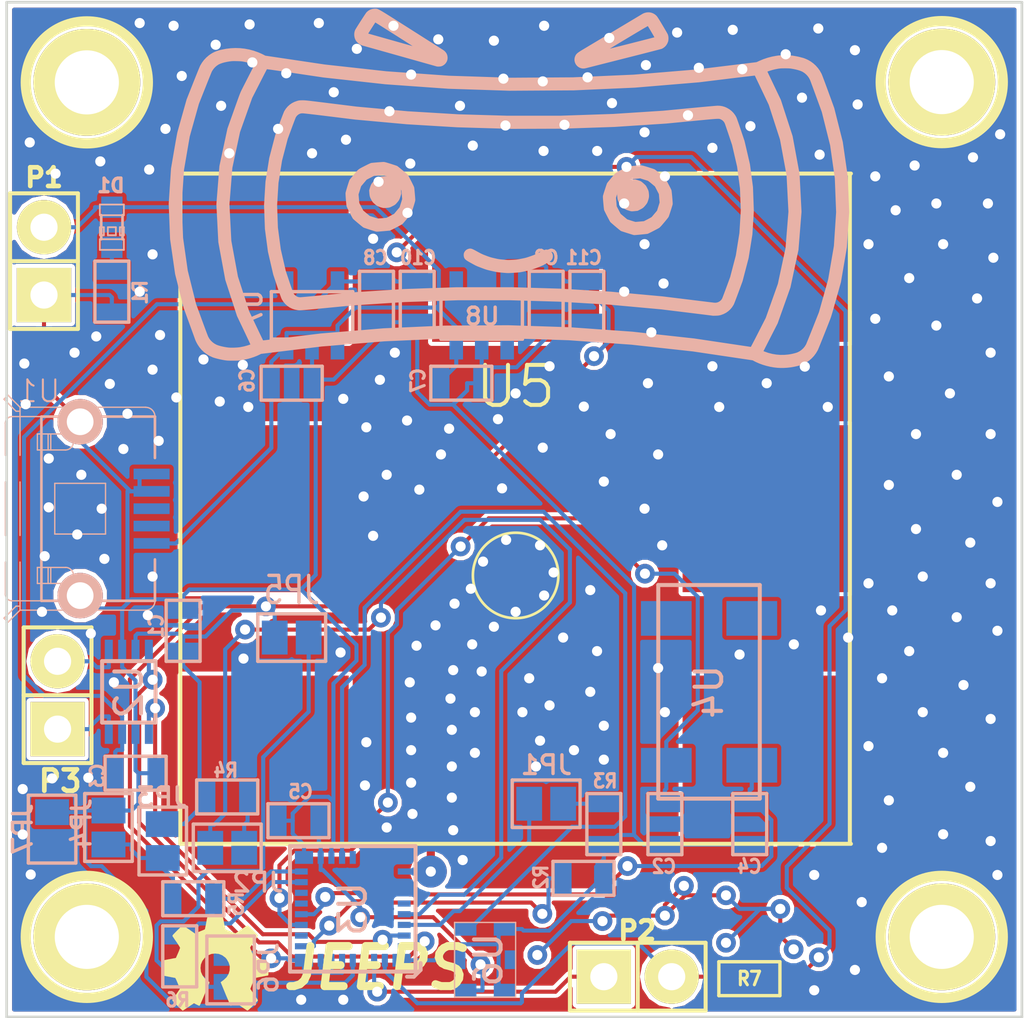
<source format=kicad_pcb>
(kicad_pcb (version 4) (host pcbnew "(2014-09-06 BZR 5115)-product")
  (layers (0 F.Cu signal) (31 B.Cu signal) (34 B.Paste user) (35 F.Paste user) (36 B.SilkS user) (37 F.SilkS user) (38 B.Mask user) (39 F.Mask user) (44 Edge.Cuts user))
  (net 0 "")
  (net 1 1.8V)
  (net 2 DGND)
  (net 3 "Net-(C2-Pad1)")
  (net 4 3.3V)
  (net 5 "Net-(C4-Pad1)")
  (net 6 5V)
  (net 7 "Net-(D1-Pad2)")
  (net 8 "Net-(JP1-Pad1)")
  (net 9 "Net-(JP3-Pad1)")
  (net 10 ON_OFF)
  (net 11 SYSTEM_ON)
  (net 12 TX)
  (net 13 RX)
  (net 14 "Net-(R2-Pad2)")
  (net 15 "Net-(R5-Pad2)")
  (net 16 "Net-(U1-Pad2)")
  (net 17 "Net-(U1-Pad3)")
  (net 18 "Net-(U2-Pad4)")
  (net 19 "Net-(U2-Pad5)")
  (net 20 "Net-(U3-Pad6)")
  (net 21 "Net-(U3-Pad21)")
  (net 22 "Net-(U3-Pad4)")
  (net 23 "Net-(U3-Pad22)")
  (net 24 /50ohm)
  (net 25 "Net-(U3-Pad30)")
  (net 26 "Net-(U3-Pad14)")
  (net 27 "Net-(U3-Pad15)")
  (net 28 "Net-(U3-Pad11)")
  (net 29 "Net-(U4-Pad2)")
  (net 30 "Net-(U4-Pad3)")
  (net 31 "Net-(U5-Pad4)")
  (net 32 "Net-(U6-Pad5)")
  (net 33 "Net-(U8-Pad4)")
  (net 34 "Net-(C5-Pad1)")
  (net 35 "Net-(JP1-Pad2)")
  (net 36 "Net-(JP2-Pad1)")
  (net 37 "Net-(JP2-Pad2)")
  (net 38 "Net-(JP5-Pad1)")
  (net 39 "Net-(R6-Pad2)")
  (net 40 "Net-(U5-Pad3)")
  (net 41 "Net-(U5-Pad5)")
  (net 42 "Net-(U5-Pad6)")
  (net 43 "Net-(U5-Pad7)")
  (net 44 "Net-(U5-Pad9)")
  (net 45 "Net-(U5-Pad8)")
  (net 46 "Net-(U6-Pad2)")
  (net 47 "Net-(U7-Pad4)")
  (net 48 AGND)
  (module Connect:1pin (layer F.Cu) (at 155.4 66.835)
    (fp_text reference 4PIN hide)
    (fp_text value P*** hide)
    (pad 1 thru_hole circle (at 0 0) (size 4 4) (drill 2.4) (layers *.Cu *.Mask F.SilkS))
  )
  (module Connect:1pin (layer F.Cu) (at 187.4 66.835)
    (fp_text reference 3PIN hide)
    (fp_text value P*** hide)
    (pad 1 thru_hole circle (at 0 0) (size 4 4) (drill 2.4) (layers *.Cu *.Mask F.SilkS))
  )
  (module Connect:1pin (layer F.Cu) (at 187.4 34.825)
    (fp_text reference 2PIN hide)
    (fp_text value P*** hide)
    (pad 1 thru_hole circle (at 0 0) (size 4 4) (drill 2.4) (layers *.Cu *.Mask F.SilkS))
  )
  (module SMD_Packages:SMD-0603 (layer B.Cu) (at 159.004 55.372 90)
    (fp_text reference C1 (at 0.172 -1.004 90) (layer B.SilkS) (effects (font (size 0.508 0.4572) (thickness 0.1143)) (justify mirror)))
    (fp_text value .1uF hide)
    (pad 1 smd rect (at -0.762 0 90) (size 0.635 1.143) (layers B.Cu B.Paste B.Mask) (net 1 1.8V))
    (pad 2 smd rect (at 0.762 0 90) (size 0.635 1.143) (layers B.Cu B.Paste B.Mask) (net 2 DGND))
  )
  (module SMD_Packages:SMD-0603 (layer B.Cu) (at 177.038 62.611 270)
    (fp_text reference C2 (at 1.589 0.038 360) (layer B.SilkS) (effects (font (size 0.508 0.4572) (thickness 0.1143)) (justify mirror)))
    (fp_text value 18pF hide)
    (pad 1 smd rect (at -0.762 0 270) (size 0.635 1.143) (layers B.Cu B.Paste B.Mask) (net 3 "Net-(C2-Pad1)"))
    (pad 2 smd rect (at 0.762 0 270) (size 0.635 1.143) (layers B.Cu B.Paste B.Mask) (net 2 DGND))
  )
  (module SMD_Packages:SMD-0603 (layer B.Cu) (at 157.226 60.706)
    (fp_text reference C3 (at -1.426 0.094 90) (layer B.SilkS) (effects (font (size 0.508 0.4572) (thickness 0.1143)) (justify mirror)))
    (fp_text value .1uF hide)
    (pad 1 smd rect (at -0.762 0) (size 0.635 1.143) (layers B.Cu B.Paste B.Mask) (net 4 3.3V))
    (pad 2 smd rect (at 0.762 0) (size 0.635 1.143) (layers B.Cu B.Paste B.Mask) (net 2 DGND))
  )
  (module SMD_Packages:SMD-0603 (layer B.Cu) (at 180.213 62.611 270)
    (fp_text reference C4 (at 1.589 0.013 360) (layer B.SilkS) (effects (font (size 0.508 0.4572) (thickness 0.1143)) (justify mirror)))
    (fp_text value 22pF hide)
    (pad 1 smd rect (at -0.762 0 270) (size 0.635 1.143) (layers B.Cu B.Paste B.Mask) (net 5 "Net-(C4-Pad1)"))
    (pad 2 smd rect (at 0.762 0 270) (size 0.635 1.143) (layers B.Cu B.Paste B.Mask) (net 2 DGND))
  )
  (module SMD_Packages:SMD-0603 (layer B.Cu) (at 163.322 62.484 180)
    (fp_text reference C5 (at -0.078 1.084 180) (layer B.SilkS) (effects (font (size 0.508 0.4572) (thickness 0.1143)) (justify mirror)))
    (fp_text value .1uF hide)
    (pad 1 smd rect (at -0.762 0 180) (size 0.635 1.143) (layers B.Cu B.Paste B.Mask) (net 34 "Net-(C5-Pad1)"))
    (pad 2 smd rect (at 0.762 0 180) (size 0.635 1.143) (layers B.Cu B.Paste B.Mask) (net 2 DGND))
  )
  (module SMD_Packages:SMD-0603 (layer B.Cu) (at 163.068 46.101)
    (fp_text reference C6 (at -1.668 -0.101 90) (layer B.SilkS) (effects (font (size 0.508 0.4572) (thickness 0.1143)) (justify mirror)))
    (fp_text value 1uF hide)
    (pad 1 smd rect (at -0.762 0) (size 0.635 1.143) (layers B.Cu B.Paste B.Mask) (net 6 5V))
    (pad 2 smd rect (at 0.762 0) (size 0.635 1.143) (layers B.Cu B.Paste B.Mask) (net 2 DGND))
  )
  (module SMD_Packages:SMD-0603 (layer B.Cu) (at 169.418 46.101)
    (fp_text reference C7 (at -1.618 -0.101 90) (layer B.SilkS) (effects (font (size 0.508 0.4572) (thickness 0.1143)) (justify mirror)))
    (fp_text value 1uF hide)
    (pad 1 smd rect (at -0.762 0) (size 0.635 1.143) (layers B.Cu B.Paste B.Mask) (net 6 5V))
    (pad 2 smd rect (at 0.762 0) (size 0.635 1.143) (layers B.Cu B.Paste B.Mask) (net 2 DGND))
  )
  (module SMD_Packages:SMD-0603 (layer B.Cu) (at 166.243 43.053 270)
    (fp_text reference C8 (at -1.653 0.043 360) (layer B.SilkS) (effects (font (size 0.508 0.4572) (thickness 0.1143)) (justify mirror)))
    (fp_text value 10uF hide)
    (pad 1 smd rect (at -0.762 0 270) (size 0.635 1.143) (layers B.Cu B.Paste B.Mask) (net 4 3.3V))
    (pad 2 smd rect (at 0.762 0 270) (size 0.635 1.143) (layers B.Cu B.Paste B.Mask) (net 2 DGND))
  )
  (module SMD_Packages:SMD-0603 (layer B.Cu) (at 172.593 43.053 270)
    (fp_text reference C9 (at -1.653 -0.007 360) (layer B.SilkS) (effects (font (size 0.508 0.4572) (thickness 0.1143)) (justify mirror)))
    (fp_text value 10uF hide)
    (pad 1 smd rect (at -0.762 0 270) (size 0.635 1.143) (layers B.Cu B.Paste B.Mask) (net 1 1.8V))
    (pad 2 smd rect (at 0.762 0 270) (size 0.635 1.143) (layers B.Cu B.Paste B.Mask) (net 2 DGND))
  )
  (module SMD_Packages:SMD-0603 (layer B.Cu) (at 167.767 43.053 270)
    (fp_text reference C10 (at -1.653 -0.033 360) (layer B.SilkS) (effects (font (size 0.508 0.4572) (thickness 0.1143)) (justify mirror)))
    (fp_text value .1uF hide)
    (pad 1 smd rect (at -0.762 0 270) (size 0.635 1.143) (layers B.Cu B.Paste B.Mask) (net 4 3.3V))
    (pad 2 smd rect (at 0.762 0 270) (size 0.635 1.143) (layers B.Cu B.Paste B.Mask) (net 2 DGND))
  )
  (module SMD_Packages:SMD-0603 (layer B.Cu) (at 174.117 43.053 270)
    (fp_text reference C11 (at -1.653 0.117 360) (layer B.SilkS) (effects (font (size 0.508 0.4572) (thickness 0.1143)) (justify mirror)))
    (fp_text value .1uF hide)
    (pad 1 smd rect (at -0.762 0 270) (size 0.635 1.143) (layers B.Cu B.Paste B.Mask) (net 1 1.8V))
    (pad 2 smd rect (at 0.762 0 270) (size 0.635 1.143) (layers B.Cu B.Paste B.Mask) (net 2 DGND))
  )
  (module Connect:GS2 (layer B.Cu) (at 172.593 61.849 90)
    (fp_text reference JP1 (at 1.449 0.007 180) (layer B.SilkS) (effects (font (size 0.7 0.7) (thickness 0.127)) (justify mirror)))
    (fp_text value JUMPER hide)
    (pad 1 smd rect (at 0 0.635 90) (size 1.27 0.9652) (layers B.Cu B.Paste B.Mask) (net 8 "Net-(JP1-Pad1)"))
    (pad 2 smd rect (at 0 -0.635 90) (size 1.27 0.9652) (layers B.Cu B.Paste B.Mask) (net 35 "Net-(JP1-Pad2)"))
  )
  (module Connect:GS2 (layer B.Cu) (at 160.655 63.5 90)
    (fp_text reference JP2 (at -1.3 1.145 180) (layer B.SilkS) (effects (font (size 0.7 0.7) (thickness 0.127)) (justify mirror)))
    (fp_text value JUMPER hide)
    (pad 1 smd rect (at 0 0.635 90) (size 1.27 0.9652) (layers B.Cu B.Paste B.Mask) (net 36 "Net-(JP2-Pad1)"))
    (pad 2 smd rect (at 0 -0.635 90) (size 1.27 0.9652) (layers B.Cu B.Paste B.Mask) (net 37 "Net-(JP2-Pad2)"))
  )
  (module Connect:GS2 (layer B.Cu) (at 158.242 63.246)
    (fp_text reference JP3 (at -0.042 -1.646) (layer B.SilkS) (effects (font (size 0.7 0.7) (thickness 0.127)) (justify mirror)))
    (fp_text value JUMPER hide)
    (pad 1 smd rect (at 0 0.635) (size 1.27 0.9652) (layers B.Cu B.Paste B.Mask) (net 9 "Net-(JP3-Pad1)"))
    (pad 2 smd rect (at 0 -0.635) (size 1.27 0.9652) (layers B.Cu B.Paste B.Mask) (net 1 1.8V))
  )
  (module Connect:GS2 (layer B.Cu) (at 156.21 62.738)
    (fp_text reference JP4 (at -1.01 -0.138 270) (layer B.SilkS) (effects (font (size 0.7 0.7) (thickness 0.127)) (justify mirror)))
    (fp_text value JUMPER hide)
    (pad 1 smd rect (at 0 0.635) (size 1.27 0.9652) (layers B.Cu B.Paste B.Mask) (net 9 "Net-(JP3-Pad1)"))
    (pad 2 smd rect (at 0 -0.635) (size 1.27 0.9652) (layers B.Cu B.Paste B.Mask) (net 2 DGND))
  )
  (module Pin_Headers:Pin_Header_Straight_1x02 (layer F.Cu) (at 153.797 41.529 90)
    (fp_text reference P1 (at 3.129 0.003 180) (layer F.SilkS) (effects (font (size 0.7 0.7) (thickness 0.175))))
    (fp_text value PWR hide)
    (pad 1 thru_hole rect (at -1.27 0 90) (size 2.032 2.032) (drill 1.016) (layers *.Cu *.Mask F.SilkS) (net 2 DGND))
    (pad 2 thru_hole oval (at 1.27 0 90) (size 2.032 2.032) (drill 1.016) (layers *.Cu *.Mask F.SilkS) (net 6 5V))
  )
  (module Pin_Headers:Pin_Header_Straight_1x02 (layer F.Cu) (at 176.022 68.326)
    (fp_text reference P2 (at -0.022 -1.726) (layer F.SilkS) (effects (font (size 0.7 0.7) (thickness 0.175))))
    (fp_text value CTL hide)
    (pad 1 thru_hole rect (at -1.27 0) (size 2.032 2.032) (drill 1.016) (layers *.Cu *.Mask F.SilkS) (net 10 ON_OFF))
    (pad 2 thru_hole oval (at 1.27 0) (size 2.032 2.032) (drill 1.016) (layers *.Cu *.Mask F.SilkS) (net 11 SYSTEM_ON))
  )
  (module Pin_Headers:Pin_Header_Straight_1x02 (layer F.Cu) (at 154.305 57.785 90)
    (fp_text reference P3 (at -3.215 0.095 180) (layer F.SilkS) (effects (font (size 0.8 0.8) (thickness 0.175))))
    (fp_text value UART hide)
    (pad 1 thru_hole rect (at -1.27 0 90) (size 2.032 2.032) (drill 1.016) (layers *.Cu *.Mask F.SilkS) (net 12 TX))
    (pad 2 thru_hole oval (at 1.27 0 90) (size 2.032 2.032) (drill 1.016) (layers *.Cu *.Mask F.SilkS) (net 13 RX))
  )
  (module SMD_Packages:SMD-0603 (layer B.Cu) (at 156.337 42.672 270)
    (fp_text reference R1 (at 0.028 -1.063 270) (layer B.SilkS) (effects (font (size 0.508 0.4572) (thickness 0.1143)) (justify mirror)))
    (fp_text value 510 hide)
    (pad 1 smd rect (at -0.762 0 270) (size 0.635 1.143) (layers B.Cu B.Paste B.Mask) (net 7 "Net-(D1-Pad2)"))
    (pad 2 smd rect (at 0.762 0 270) (size 0.635 1.143) (layers B.Cu B.Paste B.Mask) (net 2 DGND))
  )
  (module SMD_Packages:SMD-0603 (layer B.Cu) (at 173.99 64.643 180)
    (fp_text reference R2 (at 1.59 0.043 270) (layer B.SilkS) (effects (font (size 0.508 0.4572) (thickness 0.1143)) (justify mirror)))
    (fp_text value 100k hide)
    (pad 1 smd rect (at -0.762 0 180) (size 0.635 1.143) (layers B.Cu B.Paste B.Mask) (net 2 DGND))
    (pad 2 smd rect (at 0.762 0 180) (size 0.635 1.143) (layers B.Cu B.Paste B.Mask) (net 14 "Net-(R2-Pad2)"))
  )
  (module SMD_Packages:SMD-0603 (layer B.Cu) (at 174.752 62.611 270)
    (fp_text reference R3 (at -1.611 -0.048 360) (layer B.SilkS) (effects (font (size 0.508 0.4572) (thickness 0.1143)) (justify mirror)))
    (fp_text value 100k hide)
    (pad 1 smd rect (at -0.762 0 270) (size 0.635 1.143) (layers B.Cu B.Paste B.Mask) (net 8 "Net-(JP1-Pad1)"))
    (pad 2 smd rect (at 0.762 0 270) (size 0.635 1.143) (layers B.Cu B.Paste B.Mask) (net 2 DGND))
  )
  (module SMD_Packages:SMD-0603 (layer B.Cu) (at 160.655 61.595)
    (fp_text reference R4 (at -0.055 -0.995) (layer B.SilkS) (effects (font (size 0.508 0.4572) (thickness 0.1143)) (justify mirror)))
    (fp_text value 10k hide)
    (pad 1 smd rect (at -0.762 0) (size 0.635 1.143) (layers B.Cu B.Paste B.Mask) (net 1 1.8V))
    (pad 2 smd rect (at 0.762 0) (size 0.635 1.143) (layers B.Cu B.Paste B.Mask) (net 36 "Net-(JP2-Pad1)"))
  )
  (module SMD_Packages:SMD-0603 (layer B.Cu) (at 159.385 65.405)
    (fp_text reference R5 (at 1.615 0.195 90) (layer B.SilkS) (effects (font (size 0.508 0.4572) (thickness 0.1143)) (justify mirror)))
    (fp_text value 10k hide)
    (pad 1 smd rect (at -0.762 0) (size 0.635 1.143) (layers B.Cu B.Paste B.Mask) (net 9 "Net-(JP3-Pad1)"))
    (pad 2 smd rect (at 0.762 0) (size 0.635 1.143) (layers B.Cu B.Paste B.Mask) (net 15 "Net-(R5-Pad2)"))
  )
  (module ab2_usb:AB2_USB_MICRO_SMD (layer B.Cu) (at 152.4 50.8 90)
    (fp_text reference U1 (at 4.4 1.2 180) (layer B.SilkS) (effects (font (size 0.8128 0.8128) (thickness 0.0762)) (justify mirror)))
    (fp_text value USB_A_FEMALE hide)
    (pad 1 smd rect (at -1.3 5.425 90) (size 0.4 1.35) (layers B.Cu B.Paste B.Mask) (net 6 5V))
    (pad 2 smd rect (at -0.65 5.425 90) (size 0.4 1.35) (layers B.Cu B.Paste B.Mask) (net 16 "Net-(U1-Pad2)"))
    (pad 3 smd rect (at 0 5.425 90) (size 0.4 1.35) (layers B.Cu B.Paste B.Mask) (net 17 "Net-(U1-Pad3)"))
    (pad 4 smd rect (at 0.65 5.425 90) (size 0.4 1.35) (layers B.Cu B.Paste B.Mask) (net 2 DGND))
    (pad 5 smd rect (at 1.3 5.425 90) (size 0.4 1.35) (layers B.Cu B.Paste B.Mask) (net 2 DGND))
    (pad 6 thru_hole circle (at -3.255 2.75 90) (size 1.7 1.7) (drill 1) (layers *.Cu *.Mask B.SilkS) (net 2 DGND))
    (pad 6 thru_hole circle (at 3.255 2.75 90) (size 1.7 1.7) (drill 1) (layers *.Cu *.Mask B.SilkS) (net 2 DGND))
  )
  (module gps:TXS0102 (layer B.Cu) (at 156.972 57.658)
    (fp_text reference U2 (at 0 0 270) (layer B.SilkS) (effects (justify mirror)))
    (fp_text value TXS0102 hide)
    (pad 3 smd rect (at 0.25 -1.55) (size 0.3 0.8) (layers B.Cu B.Paste B.Mask) (net 1 1.8V))
    (pad 4 smd rect (at 0.75 -1.55) (size 0.3 0.8) (layers B.Cu B.Paste B.Mask) (net 18 "Net-(U2-Pad4)"))
    (pad 2 smd rect (at -0.25 -1.55) (size 0.3 0.8) (layers B.Cu B.Paste B.Mask) (net 2 DGND))
    (pad 1 smd rect (at -0.75 -1.55) (size 0.3 0.8) (layers B.Cu B.Paste B.Mask) (net 13 RX))
    (pad 8 smd rect (at -0.75 1.55) (size 0.3 0.8) (layers B.Cu B.Paste B.Mask) (net 12 TX))
    (pad 7 smd rect (at -0.25 1.55) (size 0.3 0.8) (layers B.Cu B.Paste B.Mask) (net 4 3.3V))
    (pad 5 smd rect (at 0.75 1.55) (size 0.3 0.8) (layers B.Cu B.Paste B.Mask) (net 19 "Net-(U2-Pad5)"))
    (pad 6 smd rect (at 0.25 1.55) (size 0.3 0.8) (layers B.Cu B.Paste B.Mask) (net 2 DGND))
  )
  (module gps:SE880 (layer B.Cu) (at 165.354 65.786 90)
    (fp_text reference U3 (at 0 0 90) (layer B.SilkS) (effects (justify mirror)))
    (fp_text value SE880 hide)
    (pad 8 smd rect (at -1.925 -1.2 90) (size 0.48 0.23) (layers B.Cu B.Paste B.Mask) (net 1 1.8V))
    (pad 7 smd rect (at -1.925 -0.8 90) (size 0.48 0.23) (layers B.Cu B.Paste B.Mask) (net 20 "Net-(U3-Pad6)"))
    (pad 21 smd rect (at 1.925 -0.4 90) (size 0.48 0.23) (layers B.Cu B.Paste B.Mask) (net 21 "Net-(U3-Pad21)"))
    (pad 19 smd rect (at 1.925 -1.2 90) (size 0.48 0.23) (layers B.Cu B.Paste B.Mask) (net 34 "Net-(C5-Pad1)"))
    (pad 20 smd rect (at 1.925 -0.8 90) (size 0.48 0.23) (layers B.Cu B.Paste B.Mask) (net 2 DGND))
    (pad 2 smd rect (at -1.925 1.2 90) (size 0.48 0.23) (layers B.Cu B.Paste B.Mask) (net 11 SYSTEM_ON))
    (pad 3 smd rect (at -1.925 0.8 90) (size 0.48 0.23) (layers B.Cu B.Paste B.Mask) (net 10 ON_OFF))
    (pad 5 smd rect (at -1.925 0 90) (size 0.48 0.23) (layers B.Cu B.Paste B.Mask) (net 2 DGND))
    (pad 4 smd rect (at -1.925 0.4 90) (size 0.48 0.23) (layers B.Cu B.Paste B.Mask) (net 22 "Net-(U3-Pad4)"))
    (pad 6 smd rect (at -1.925 -0.4 90) (size 0.48 0.23) (layers B.Cu B.Paste B.Mask) (net 20 "Net-(U3-Pad6)"))
    (pad 23 smd rect (at 1.925 0.4 90) (size 0.48 0.23) (layers B.Cu B.Paste B.Mask) (net 48 AGND))
    (pad 22 smd rect (at 1.925 0 90) (size 0.48 0.23) (layers B.Cu B.Paste B.Mask) (net 23 "Net-(U3-Pad22)"))
    (pad 24 smd rect (at 1.925 0.8 90) (size 0.48 0.23) (layers B.Cu B.Paste B.Mask) (net 48 AGND))
    (pad 34 smd rect (at -1.4 1.925 90) (size 0.23 0.48) (layers B.Cu B.Paste B.Mask) (net 18 "Net-(U2-Pad4)"))
    (pad 33 smd rect (at -1 1.925 90) (size 0.23 0.48) (layers B.Cu B.Paste B.Mask) (net 19 "Net-(U2-Pad5)"))
    (pad 31 smd rect (at -0.2 1.925 90) (size 0.23 0.48) (layers B.Cu B.Paste B.Mask) (net 37 "Net-(JP2-Pad2)"))
    (pad 32 smd rect (at -0.6 1.925 90) (size 0.23 0.48) (layers B.Cu B.Paste B.Mask) (net 35 "Net-(JP1-Pad2)"))
    (pad 28 smd rect (at 1 1.925 90) (size 0.23 0.48) (layers B.Cu B.Paste B.Mask) (net 48 AGND))
    (pad 27 smd rect (at 1.4 1.925 90) (size 0.23 0.48) (layers B.Cu B.Paste B.Mask) (net 24 /50ohm))
    (pad 29 smd rect (at 0.6 1.925 90) (size 0.23 0.48) (layers B.Cu B.Paste B.Mask) (net 48 AGND))
    (pad 30 smd rect (at 0.2 1.925 90) (size 0.23 0.48) (layers B.Cu B.Paste B.Mask) (net 25 "Net-(U3-Pad30)"))
    (pad 14 smd rect (at 0.2 -1.925 90) (size 0.23 0.48) (layers B.Cu B.Paste B.Mask) (net 26 "Net-(U3-Pad14)"))
    (pad 15 smd rect (at 0.6 -1.925 90) (size 0.23 0.48) (layers B.Cu B.Paste B.Mask) (net 27 "Net-(U3-Pad15)"))
    (pad 17 smd rect (at 1.4 -1.925 90) (size 0.23 0.48) (layers B.Cu B.Paste B.Mask) (net 15 "Net-(R5-Pad2)"))
    (pad 16 smd rect (at 1 -1.925 90) (size 0.23 0.48) (layers B.Cu B.Paste B.Mask) (net 39 "Net-(R6-Pad2)"))
    (pad 12 smd rect (at -0.6 -1.925 90) (size 0.23 0.48) (layers B.Cu B.Paste B.Mask) (net 3 "Net-(C2-Pad1)"))
    (pad 13 smd rect (at -0.2 -1.925 90) (size 0.23 0.48) (layers B.Cu B.Paste B.Mask) (net 5 "Net-(C4-Pad1)"))
    (pad 11 smd rect (at -1 -1.925 90) (size 0.23 0.48) (layers B.Cu B.Paste B.Mask) (net 28 "Net-(U3-Pad11)"))
    (pad 9 smd rect (at -1.925 -1.825 90) (size 0.48 0.68) (layers B.Cu B.Paste B.Mask) (net 1 1.8V))
    (pad 18 smd rect (at 1.925 -1.825 90) (size 0.48 0.68) (layers B.Cu B.Paste B.Mask) (net 2 DGND))
    (pad 26 smd rect (at 1.925 1.825 90) (size 0.48 0.68) (layers B.Cu B.Paste B.Mask) (net 48 AGND))
    (pad 1 smd rect (at -1.925 1.825 90) (size 0.48 0.68) (layers B.Cu B.Paste B.Mask) (net 2 DGND))
    (pad 10 smd rect (at -1.4 -1.925 90) (size 0.23 0.48) (layers B.Cu B.Paste B.Mask) (net 14 "Net-(R2-Pad2)"))
    (pad 25 smd rect (at 1.925 1.2 90) (size 0.48 0.23) (layers B.Cu B.Paste B.Mask) (net 48 AGND))
  )
  (module gps:ABS25 (layer B.Cu) (at 178.689 57.658 90)
    (fp_text reference U4 (at 0 0 90) (layer B.SilkS) (effects (justify mirror)))
    (fp_text value ABS25 hide)
    (pad 2 smd rect (at 2.75 -1.6 90) (size 1.3 1.9) (layers B.Cu B.Paste B.Mask) (net 29 "Net-(U4-Pad2)"))
    (pad 3 smd rect (at 2.75 1.6 90) (size 1.3 1.9) (layers B.Cu B.Paste B.Mask) (net 30 "Net-(U4-Pad3)"))
    (pad 1 smd rect (at -2.75 -1.6 90) (size 1.3 1.9) (layers B.Cu B.Paste B.Mask) (net 3 "Net-(C2-Pad1)"))
    (pad 4 smd rect (at -2.75 1.6 90) (size 1.3 1.9) (layers B.Cu B.Paste B.Mask) (net 5 "Net-(C4-Pad1)"))
  )
  (module SMD_Packages:SOT-23-5 (layer B.Cu) (at 170.18 43.561 180)
    (fp_text reference U8 (at -0.02 -0.039 180) (layer B.SilkS) (effects (font (size 0.635 0.635) (thickness 0.127)) (justify mirror)))
    (fp_text value TPS76318 hide)
    (pad 1 smd rect (at -0.9525 -1.27 180) (size 0.508 0.762) (layers B.Cu B.Paste B.Mask) (net 6 5V))
    (pad 3 smd rect (at 0.9525 -1.27 180) (size 0.508 0.762) (layers B.Cu B.Paste B.Mask) (net 6 5V))
    (pad 5 smd rect (at -0.9525 1.27 180) (size 0.508 0.762) (layers B.Cu B.Paste B.Mask) (net 1 1.8V))
    (pad 2 smd rect (at 0 -1.27 180) (size 0.508 0.762) (layers B.Cu B.Paste B.Mask) (net 2 DGND))
    (pad 4 smd rect (at 0.9525 1.27 180) (size 0.508 0.762) (layers B.Cu B.Paste B.Mask) (net 33 "Net-(U8-Pad4)"))
  )
  (module Connect:GS2 (layer B.Cu) (at 163.068 55.626 90)
    (fp_text reference JP5 (at 1.778 0 360) (layer B.SilkS) (effects (font (size 1.016 0.762) (thickness 0.127)) (justify mirror)))
    (fp_text value JUMPER hide)
    (pad 1 smd rect (at 0 0.635 90) (size 1.27 0.9652) (layers B.Cu B.Paste B.Mask) (net 38 "Net-(JP5-Pad1)"))
    (pad 2 smd rect (at 0 -0.635 90) (size 1.27 0.9652) (layers B.Cu B.Paste B.Mask) (net 1 1.8V))
  )
  (module Connect:GS2 (layer B.Cu) (at 160.782 68.072)
    (fp_text reference JP6 (at 1.418 -0.072 270) (layer B.SilkS) (effects (font (size 0.7 0.7) (thickness 0.127)) (justify mirror)))
    (fp_text value JUMPER hide)
    (pad 1 smd rect (at 0 0.635) (size 1.27 0.9652) (layers B.Cu B.Paste B.Mask) (net 38 "Net-(JP5-Pad1)"))
    (pad 2 smd rect (at 0 -0.635) (size 1.27 0.9652) (layers B.Cu B.Paste B.Mask) (net 2 DGND))
  )
  (module SMD_Packages:SMD-0603 (layer B.Cu) (at 158.877 67.564 90)
    (fp_text reference R6 (at -1.636 -0.077 180) (layer B.SilkS) (effects (font (size 0.508 0.4572) (thickness 0.1143)) (justify mirror)))
    (fp_text value 6k hide)
    (pad 1 smd rect (at -0.762 0 90) (size 0.635 1.143) (layers B.Cu B.Paste B.Mask) (net 38 "Net-(JP5-Pad1)"))
    (pad 2 smd rect (at 0.762 0 90) (size 0.635 1.143) (layers B.Cu B.Paste B.Mask) (net 39 "Net-(R6-Pad2)"))
  )
  (module gps:SGP25C (layer F.Cu) (at 171.45 50.8)
    (fp_text reference U5 (at 0 -4.572) (layer F.SilkS) (effects (font (size 1.5 1.5))))
    (fp_text value SGP25C hide)
    (pad 3 smd rect (at -9.375 9.375) (size 6.25 6.25) (layers F.Cu F.Paste F.Mask) (net 40 "Net-(U5-Pad3)"))
    (pad 4 smd rect (at -9.375 0) (size 6.25 6.25) (layers F.Cu F.Paste F.Mask) (net 31 "Net-(U5-Pad4)"))
    (pad 5 smd rect (at -9.375 -9.375) (size 6.25 6.25) (layers F.Cu F.Paste F.Mask) (net 41 "Net-(U5-Pad5)"))
    (pad 6 smd rect (at 0 -9.375) (size 6.25 6.25) (layers F.Cu F.Paste F.Mask) (net 42 "Net-(U5-Pad6)"))
    (pad 7 smd rect (at 9.375 -9.375) (size 6.25 6.25) (layers F.Cu F.Paste F.Mask) (net 43 "Net-(U5-Pad7)"))
    (pad 9 smd rect (at 9.375 9.375) (size 6.25 6.25) (layers F.Cu F.Paste F.Mask) (net 44 "Net-(U5-Pad9)"))
    (pad 8 smd rect (at 9.375 0) (size 6.25 6.25) (layers F.Cu F.Paste F.Mask) (net 45 "Net-(U5-Pad8)"))
    (pad 1 smd circle (at 0 2.5) (size 1.5 1.5) (layers F.Cu F.Paste F.Mask) (net 24 /50ohm))
    (pad 2 smd rect (at 0 11.5) (size 3.2 2) (layers F.Cu F.Paste F.Mask) (net 48 AGND))
  )
  (module gps:KT2520 (layer B.Cu) (at 170.307 67.691 90)
    (fp_text reference U6 (at 0 0.127 90) (layer B.SilkS) (effects (justify mirror)))
    (fp_text value KT2520 hide)
    (pad 5 smd rect (at 0 -0.9525 90) (size 0.7 0.43) (layers B.Cu B.Paste B.Mask) (net 32 "Net-(U6-Pad5)"))
    (pad 2 smd rect (at 0 0.9525 90) (size 0.7 0.43) (layers B.Cu B.Paste B.Mask) (net 46 "Net-(U6-Pad2)"))
    (pad 4 smd rect (at 1.15 -0.7375 90) (size 0.5 0.825) (layers B.Cu B.Paste B.Mask) (net 21 "Net-(U3-Pad21)"))
    (pad 3 smd rect (at 1.15 0.7375 90) (size 0.5 0.825) (layers B.Cu B.Paste B.Mask) (net 2 DGND))
    (pad 6 smd rect (at -1.15 -0.7375 90) (size 0.5 0.825) (layers B.Cu B.Paste B.Mask) (net 34 "Net-(C5-Pad1)"))
    (pad 1 smd rect (at -1.15 0.7375 90) (size 0.5 0.825) (layers B.Cu B.Paste B.Mask) (net 2 DGND))
  )
  (module SMD_Packages:SOT-23-5 (layer B.Cu) (at 163.83 43.561 180)
    (fp_text reference U7 (at 2.19964 0.29972 450) (layer B.SilkS) (effects (font (size 0.635 0.635) (thickness 0.127)) (justify mirror)))
    (fp_text value TPS76333 hide)
    (pad 1 smd rect (at -0.9525 -1.27 180) (size 0.508 0.762) (layers B.Cu B.Paste B.Mask) (net 6 5V))
    (pad 3 smd rect (at 0.9525 -1.27 180) (size 0.508 0.762) (layers B.Cu B.Paste B.Mask) (net 6 5V))
    (pad 5 smd rect (at -0.9525 1.27 180) (size 0.508 0.762) (layers B.Cu B.Paste B.Mask) (net 4 3.3V))
    (pad 2 smd rect (at 0 -1.27 180) (size 0.508 0.762) (layers B.Cu B.Paste B.Mask) (net 2 DGND))
    (pad 4 smd rect (at 0.9525 1.27 180) (size 0.508 0.762) (layers B.Cu B.Paste B.Mask) (net 47 "Net-(U7-Pad4)"))
  )
  (module LEDs:LED-0603 (layer B.Cu) (at 156.337 40.259 270)
    (fp_text reference D1 (at -1.559 0.037 360) (layer B.SilkS) (effects (font (size 0.508 0.508) (thickness 0.127)) (justify mirror)))
    (fp_text value "LED(G)" hide)
    (pad 1 smd rect (at -0.7493 0 270) (size 0.79756 0.79756) (layers B.Cu B.Paste B.Mask) (net 6 5V))
    (pad 2 smd rect (at 0.7493 0 270) (size 0.79756 0.79756) (layers B.Cu B.Paste B.Mask) (net 7 "Net-(D1-Pad2)"))
  )
  (module Connect:1pin (layer F.Cu) (at 155.4 34.835)
    (fp_text reference 1PIN hide)
    (fp_text value P*** hide)
    (pad 1 thru_hole circle (at 0 0) (size 4 4) (drill 2.4) (layers *.Cu *.Mask F.SilkS))
  )
  (module Connect:GS2 (layer B.Cu) (at 154.1 62.8)
    (fp_text reference JP7 (at -1.1 0 90) (layer B.SilkS) (effects (font (size 0.7 0.7) (thickness 0.127)) (justify mirror)))
    (fp_text value JUMPER hide)
    (pad 1 smd rect (at 0 0.635) (size 1.27 0.9652) (layers B.Cu B.Paste B.Mask) (net 48 AGND))
    (pad 2 smd rect (at 0 -0.635) (size 1.27 0.9652) (layers B.Cu B.Paste B.Mask) (net 2 DGND))
  )
  (module usb_hub:oshw (layer F.Cu) (at 160.2 67.8)
    (fp_text reference G*** hide)
    (fp_text value LOGO hide)
  )
  (module usb_hub:LOGO (layer B.Cu) (at 171.2 38.8)
    (fp_text reference G*** hide)
    (fp_text value LOGO hide)
  )
  (module SMD_Packages:SMD-0603 (layer F.Cu) (at 180.2 68.4)
    (fp_text reference R7 (at 0 0) (layer F.SilkS) (effects (font (size 0.508 0.4572) (thickness 0.1143))))
    (fp_text value 10k hide)
    (pad 1 smd rect (at -0.762 0) (size 0.635 1.143) (layers F.Cu F.Paste F.Mask) (net 11 SYSTEM_ON))
    (pad 2 smd rect (at 0.762 0) (size 0.635 1.143) (layers F.Cu F.Paste F.Mask) (net 4 3.3V))
  )
  (gr_text JEEPS (at 166.2 68) (layer F.SilkS) (effects (font (size 1.5 1.5) (thickness 0.3) italic)))
  (gr_line (start 152.4 69.835) (end 152.4 31.835) (layer Edge.Cuts) (width 0.1))
  (gr_line (start 190.4 31.835) (end 152.4 31.835) (layer Edge.Cuts) (width 0.1))
  (gr_line (start 190.4 69.835) (end 190.4 31.835) (layer Edge.Cuts) (width 0.1))
  (gr_line (start 152.4 69.835) (end 190.4 69.835) (layer Edge.Cuts) (width 0.1))
  (segment (start 181.356 66.802) (end 181.486615 66.932615) (width 0.1524) (layer F.Cu) (net 0))
  (segment (start 181.356 65.786) (end 181.356 66.802) (width 0.1524) (layer F.Cu) (net 0))
  (via (at 181.854914 67.300914) (size 0.7366) (drill 0.381) (layers F.Cu B.Cu) (net 0))
  (segment (start 181.486615 66.932615) (end 181.854914 67.300914) (width 0.1524) (layer F.Cu) (net 0))
  (segment (start 179.324 65.278) (end 177.8 65.278) (width 0.1524) (layer F.Cu) (net 0))
  (segment (start 177.8 65.278) (end 177.038 66.04) (width 0.1524) (layer F.Cu) (net 0))
  (via (at 177.038 66.04) (size 0.7366) (drill 0.381) (layers F.Cu B.Cu) (net 0))
  (segment (start 181.356 65.786) (end 180.594 65.786) (width 0.1524) (layer B.Cu) (net 0))
  (segment (start 180.594 65.786) (end 179.324 67.056) (width 0.1524) (layer B.Cu) (net 0))
  (via (at 179.324 67.056) (size 0.7366) (drill 0.381) (layers F.Cu B.Cu) (net 0))
  (segment (start 181.356 65.786) (end 179.832 65.786) (width 0.1524) (layer B.Cu) (net 0))
  (segment (start 179.832 65.786) (end 179.324 65.278) (width 0.1524) (layer B.Cu) (net 0))
  (via (at 179.324 65.278) (size 0.7366) (drill 0.381) (layers F.Cu B.Cu) (net 0))
  (via (at 181.356 65.786) (size 0.7366) (drill 0.381) (layers F.Cu B.Cu) (net 0))
  (via (at 174.7012 66.2432) (size 0.7366) (drill 0.381) (layers F.Cu B.Cu) (net 0))
  (segment (start 174.9044 66.04) (end 174.7012 66.2432) (width 0.1524) (layer F.Cu) (net 0))
  (segment (start 177.038 66.04) (end 174.9044 66.04) (width 0.1524) (layer F.Cu) (net 0))
  (segment (start 173.5328 66.2432) (end 172.2628 67.5132) (width 0.1524) (layer B.Cu) (net 0))
  (via (at 172.2628 67.5132) (size 0.7366) (drill 0.381) (layers F.Cu B.Cu) (net 0))
  (segment (start 174.7012 66.2432) (end 173.5328 66.2432) (width 0.1524) (layer B.Cu) (net 0))
  (via (at 177.7492 64.9224) (size 0.7366) (drill 0.381) (layers F.Cu B.Cu) (net 0))
  (segment (start 177.038 65.6336) (end 177.7492 64.9224) (width 0.1524) (layer F.Cu) (net 0))
  (segment (start 177.038 66.04) (end 177.038 65.6336) (width 0.1524) (layer F.Cu) (net 0))
  (segment (start 158.895799 55.479399) (end 159.004 55.5876) (width 0.1524) (layer B.Cu) (net 1))
  (segment (start 157.222 56.108) (end 157.222 55.5556) (width 0.1524) (layer B.Cu) (net 1))
  (segment (start 157.222 55.5556) (end 157.298201 55.479399) (width 0.1524) (layer B.Cu) (net 1))
  (segment (start 157.298201 55.479399) (end 158.895799 55.479399) (width 0.1524) (layer B.Cu) (net 1))
  (via (at 162.2981 67.6387) (size 0.7366) (layers F.Cu B.Cu) (net 1))
  (via (at 174.3841 45.0877) (size 0.7366) (layers F.Cu B.Cu) (net 1))
  (via (at 162.1048 54.458) (size 0.7366) (layers F.Cu B.Cu) (net 1))
  (segment (start 163.529 68.1799) (end 164.154 68.1799) (width 0.1524) (layer B.Cu) (net 1))
  (segment (start 164.154 67.711) (end 164.154 68.1799) (width 0.1524) (layer B.Cu) (net 1))
  (segment (start 159.6198 57.2962) (end 159.004 56.6804) (width 0.1524) (layer B.Cu) (net 1))
  (segment (start 159.6198 61.595) (end 159.6198 57.2962) (width 0.1524) (layer B.Cu) (net 1))
  (segment (start 159.004 56.134) (end 159.004 56.6804) (width 0.1524) (layer B.Cu) (net 1))
  (segment (start 158.242 62.611) (end 159.0296 62.611) (width 0.1524) (layer B.Cu) (net 1))
  (segment (start 159.7724 61.595) (end 159.6198 61.595) (width 0.1524) (layer B.Cu) (net 1))
  (segment (start 159.7724 61.595) (end 159.8045 61.595) (width 0.1524) (layer B.Cu) (net 1))
  (segment (start 159.893 61.595) (end 159.8045 61.595) (width 0.1524) (layer B.Cu) (net 1))
  (segment (start 163.529 67.711) (end 163.529 68.1799) (width 0.1524) (layer B.Cu) (net 1))
  (segment (start 159.6198 62.0208) (end 159.0296 62.611) (width 0.1524) (layer B.Cu) (net 1))
  (segment (start 159.6198 61.595) (end 159.6198 62.0208) (width 0.1524) (layer B.Cu) (net 1))
  (segment (start 162.8878 67.6387) (end 162.9601 67.711) (width 0.1524) (layer B.Cu) (net 1))
  (segment (start 162.2981 67.6387) (end 162.8878 67.6387) (width 0.1524) (layer B.Cu) (net 1))
  (segment (start 163.529 67.711) (end 162.9601 67.711) (width 0.1524) (layer B.Cu) (net 1))
  (segment (start 172.5295 41.6811) (end 172.593 41.7446) (width 0.1524) (layer B.Cu) (net 1))
  (segment (start 171.1325 41.6811) (end 172.5295 41.6811) (width 0.1524) (layer B.Cu) (net 1))
  (segment (start 171.1325 42.291) (end 171.1325 41.6811) (width 0.1524) (layer B.Cu) (net 1))
  (segment (start 172.593 42.291) (end 172.593 42.0178) (width 0.1524) (layer B.Cu) (net 1))
  (segment (start 172.593 42.0178) (end 172.593 41.7446) (width 0.1524) (layer B.Cu) (net 1))
  (segment (start 173.0434 42.0178) (end 173.3166 42.291) (width 0.1524) (layer B.Cu) (net 1))
  (segment (start 172.593 42.0178) (end 173.0434 42.0178) (width 0.1524) (layer B.Cu) (net 1))
  (segment (start 174.117 42.291) (end 173.3166 42.291) (width 0.1524) (layer B.Cu) (net 1))
  (segment (start 174.3902 42.8374) (end 174.117 42.8374) (width 0.1524) (layer B.Cu) (net 1))
  (segment (start 174.928 43.3752) (end 174.3902 42.8374) (width 0.1524) (layer B.Cu) (net 1))
  (segment (start 174.928 44.5438) (end 174.928 43.3752) (width 0.1524) (layer B.Cu) (net 1))
  (segment (start 174.3841 45.0877) (end 174.928 44.5438) (width 0.1524) (layer B.Cu) (net 1))
  (segment (start 174.117 42.291) (end 174.117 42.8374) (width 0.1524) (layer B.Cu) (net 1))
  (segment (start 165.0138 54.458) (end 162.1048 54.458) (width 0.1524) (layer F.Cu) (net 1))
  (segment (start 174.3841 45.0877) (end 165.0138 54.458) (width 0.1524) (layer F.Cu) (net 1))
  (segment (start 162.433 55.626) (end 162.433 54.7621) (width 0.1524) (layer B.Cu) (net 1))
  (segment (start 159.004 56.134) (end 159.004 55.5876) (width 0.1524) (layer B.Cu) (net 1))
  (segment (start 162.1048 54.458) (end 162.1048 54.61) (width 0.1524) (layer B.Cu) (net 1))
  (segment (start 162.2809 54.61) (end 162.1048 54.61) (width 0.1524) (layer B.Cu) (net 1))
  (segment (start 162.433 54.7621) (end 162.2809 54.61) (width 0.1524) (layer B.Cu) (net 1))
  (segment (start 159.8421 55.5876) (end 159.004 55.5876) (width 0.1524) (layer B.Cu) (net 1))
  (segment (start 160.8197 54.61) (end 159.8421 55.5876) (width 0.1524) (layer B.Cu) (net 1))
  (segment (start 162.1048 54.61) (end 160.8197 54.61) (width 0.1524) (layer B.Cu) (net 1))
  (segment (start 157.0126 62.6902) (end 161.9611 67.6387) (width 0.1524) (layer F.Cu) (net 1))
  (segment (start 157.0126 57.1871) (end 157.0126 62.6902) (width 0.1524) (layer F.Cu) (net 1))
  (segment (start 159.7417 54.458) (end 157.0126 57.1871) (width 0.1524) (layer F.Cu) (net 1))
  (segment (start 162.1048 54.458) (end 159.7417 54.458) (width 0.1524) (layer F.Cu) (net 1))
  (segment (start 161.9611 67.6387) (end 162.2981 67.6387) (width 0.1524) (layer F.Cu) (net 1))
  (segment (start 158.858099 54.190899) (end 159.004 54.3368) (width 0.1524) (layer B.Cu) (net 2))
  (segment (start 157.067001 54.190899) (end 158.858099 54.190899) (width 0.1524) (layer B.Cu) (net 2))
  (segment (start 156.9211 54.3368) (end 157.067001 54.190899) (width 0.1524) (layer B.Cu) (net 2))
  (segment (start 157.988 60.706) (end 157.4416 60.706) (width 0.1524) (layer B.Cu) (net 2))
  (segment (start 157.222 57.2369) (end 157.222 59.208) (width 0.1524) (layer B.Cu) (net 2))
  (segment (start 156.722 56.7369) (end 157.222 57.2369) (width 0.1524) (layer B.Cu) (net 2))
  (segment (start 156.722 56.108) (end 156.722 56.7369) (width 0.1524) (layer B.Cu) (net 2))
  (segment (start 166.243 43.815) (end 167.767 43.815) (width 0.1524) (layer B.Cu) (net 2))
  (segment (start 160.782 67.437) (end 161.6459 67.437) (width 0.1524) (layer B.Cu) (net 2))
  (segment (start 161.7281 69.2571) (end 161.7281 68.5518) (width 0.1524) (layer B.Cu) (net 2))
  (segment (start 161.5666 69.4186) (end 161.7281 69.2571) (width 0.1524) (layer B.Cu) (net 2))
  (segment (start 158.7178 69.4186) (end 161.5666 69.4186) (width 0.1524) (layer B.Cu) (net 2))
  (segment (start 157.629 68.3298) (end 158.7178 69.4186) (width 0.1524) (layer B.Cu) (net 2))
  (segment (start 157.629 65.8587) (end 157.629 68.3298) (width 0.1524) (layer B.Cu) (net 2))
  (segment (start 155.9565 64.1862) (end 157.629 65.8587) (width 0.1524) (layer B.Cu) (net 2))
  (segment (start 155.5616 64.1862) (end 155.9565 64.1862) (width 0.1524) (layer B.Cu) (net 2))
  (segment (start 155.3461 63.9707) (end 155.5616 64.1862) (width 0.1524) (layer B.Cu) (net 2))
  (segment (start 155.3461 62.103) (end 155.3461 63.9707) (width 0.1524) (layer B.Cu) (net 2))
  (segment (start 161.6459 68.4696) (end 161.6459 67.437) (width 0.1524) (layer B.Cu) (net 2))
  (segment (start 161.7281 68.5518) (end 161.6459 68.4696) (width 0.1524) (layer B.Cu) (net 2))
  (segment (start 156.21 62.103) (end 155.3461 62.103) (width 0.1524) (layer B.Cu) (net 2))
  (segment (start 156.21 62.103) (end 157.0739 62.103) (width 0.1524) (layer B.Cu) (net 2))
  (segment (start 157.4416 60.706) (end 157.3318 60.706) (width 0.1524) (layer B.Cu) (net 2))
  (segment (start 157.222 60.5962) (end 157.3318 60.706) (width 0.1524) (layer B.Cu) (net 2))
  (segment (start 157.222 59.208) (end 157.222 60.5962) (width 0.1524) (layer B.Cu) (net 2))
  (segment (start 157.3318 61.8451) (end 157.0739 62.103) (width 0.1524) (layer B.Cu) (net 2))
  (segment (start 157.3318 60.706) (end 157.3318 61.8451) (width 0.1524) (layer B.Cu) (net 2))
  (segment (start 159.004 54.61) (end 159.004 54.3368) (width 0.1524) (layer B.Cu) (net 2))
  (segment (start 156.722 56.108) (end 156.722 55.4791) (width 0.1524) (layer B.Cu) (net 2))
  (segment (start 156.9211 54.3368) (end 156.9211 50.15) (width 0.1524) (layer B.Cu) (net 2))
  (segment (start 155.6309 54.5359) (end 155.15 54.055) (width 0.1524) (layer B.Cu) (net 2))
  (segment (start 156.722 54.5359) (end 155.6309 54.5359) (width 0.1524) (layer B.Cu) (net 2))
  (segment (start 156.9211 54.3368) (end 156.722 54.5359) (width 0.1524) (layer B.Cu) (net 2))
  (segment (start 156.722 54.5359) (end 156.722 55.4791) (width 0.1524) (layer B.Cu) (net 2))
  (segment (start 157.3731 50.15) (end 157.3731 49.5) (width 0.1524) (layer B.Cu) (net 2))
  (segment (start 157.825 50.15) (end 157.3731 50.15) (width 0.1524) (layer B.Cu) (net 2))
  (segment (start 157.5991 49.5) (end 157.3731 49.5) (width 0.1524) (layer B.Cu) (net 2))
  (segment (start 170.8125 68.609) (end 170.8125 67.112) (width 0.1524) (layer B.Cu) (net 2))
  (segment (start 171.0445 68.841) (end 170.8125 68.609) (width 0.1524) (layer B.Cu) (net 2))
  (segment (start 170.18 45.5057) (end 170.18 44.831) (width 0.1524) (layer B.Cu) (net 2))
  (segment (start 157.5991 49.5) (end 157.825 49.5) (width 0.1524) (layer B.Cu) (net 2))
  (segment (start 162.56 62.484) (end 163.1064 62.484) (width 0.1524) (layer B.Cu) (net 2))
  (segment (start 163.1064 62.9695) (end 163.1064 62.484) (width 0.1524) (layer B.Cu) (net 2))
  (segment (start 163.529 63.3921) (end 163.1064 62.9695) (width 0.1524) (layer B.Cu) (net 2))
  (segment (start 163.529 63.861) (end 163.529 63.3921) (width 0.1524) (layer B.Cu) (net 2))
  (segment (start 164.554 63.861) (end 164.554 63.3921) (width 0.1524) (layer B.Cu) (net 2))
  (segment (start 170.18 45.5057) (end 170.18 46.101) (width 0.1524) (layer B.Cu) (net 2))
  (segment (start 164.6305 61.7756) (end 164.4462 61.5913) (width 0.1524) (layer B.Cu) (net 2))
  (segment (start 164.6305 63.3156) (end 164.6305 61.7756) (width 0.1524) (layer B.Cu) (net 2))
  (segment (start 164.554 63.3921) (end 164.6305 63.3156) (width 0.1524) (layer B.Cu) (net 2))
  (segment (start 163.1064 62.2108) (end 163.1064 62.484) (width 0.1524) (layer B.Cu) (net 2))
  (segment (start 163.7259 61.5913) (end 163.1064 62.2108) (width 0.1524) (layer B.Cu) (net 2))
  (segment (start 164.4462 61.5913) (end 163.7259 61.5913) (width 0.1524) (layer B.Cu) (net 2))
  (segment (start 159.004 54.3368) (end 159.004 54.0636) (width 0.1524) (layer B.Cu) (net 2))
  (segment (start 174.117 43.815) (end 173.3166 43.815) (width 0.1524) (layer B.Cu) (net 2))
  (segment (start 172.593 43.815) (end 173.3166 43.815) (width 0.1524) (layer B.Cu) (net 2))
  (segment (start 174.752 64.643) (end 174.4629 64.643) (width 0.1524) (layer B.Cu) (net 2))
  (segment (start 174.4629 64.2085) (end 174.752 63.9194) (width 0.1524) (layer B.Cu) (net 2))
  (segment (start 174.4629 64.643) (end 174.4629 64.2085) (width 0.1524) (layer B.Cu) (net 2))
  (segment (start 174.752 63.373) (end 174.752 63.5554) (width 0.1524) (layer B.Cu) (net 2))
  (segment (start 174.752 63.5554) (end 174.752 63.9194) (width 0.1524) (layer B.Cu) (net 2))
  (segment (start 170.8125 66.773) (end 171.0445 66.541) (width 0.1524) (layer B.Cu) (net 2))
  (segment (start 170.8125 67.112) (end 170.8125 66.773) (width 0.1524) (layer B.Cu) (net 2))
  (segment (start 174.4629 64.8367) (end 174.4629 64.643) (width 0.1524) (layer B.Cu) (net 2))
  (segment (start 172.7009 66.5987) (end 174.4629 64.8367) (width 0.1524) (layer B.Cu) (net 2))
  (segment (start 171.7436 66.5987) (end 172.7009 66.5987) (width 0.1524) (layer B.Cu) (net 2))
  (segment (start 171.6859 66.541) (end 171.7436 66.5987) (width 0.1524) (layer B.Cu) (net 2))
  (segment (start 171.0445 66.541) (end 171.6859 66.541) (width 0.1524) (layer B.Cu) (net 2))
  (segment (start 177.038 63.373) (end 176.2376 63.373) (width 0.1524) (layer B.Cu) (net 2))
  (segment (start 180.213 63.373) (end 177.038 63.373) (width 0.1524) (layer B.Cu) (net 2))
  (segment (start 157.3731 50.15) (end 157.0341 50.15) (width 0.1524) (layer B.Cu) (net 2))
  (segment (start 157.0341 50.15) (end 156.9211 50.15) (width 0.1524) (layer B.Cu) (net 2))
  (segment (start 156.2484 42.799) (end 156.337 42.8876) (width 0.1524) (layer B.Cu) (net 2))
  (segment (start 153.797 42.799) (end 156.2484 42.799) (width 0.1524) (layer B.Cu) (net 2))
  (segment (start 156.337 43.434) (end 156.337 42.8876) (width 0.1524) (layer B.Cu) (net 2))
  (segment (start 163.83 46.101) (end 163.9666 46.101) (width 0.1524) (layer B.Cu) (net 2))
  (segment (start 163.9666 46.101) (end 164.1032 46.101) (width 0.1524) (layer B.Cu) (net 2))
  (segment (start 163.9666 53.2769) (end 163.4181 53.8254) (width 0.1524) (layer B.Cu) (net 2))
  (segment (start 163.9666 46.101) (end 163.9666 53.2769) (width 0.1524) (layer B.Cu) (net 2))
  (segment (start 159.2422 53.8254) (end 159.004 54.0636) (width 0.1524) (layer B.Cu) (net 2))
  (segment (start 163.4181 53.8254) (end 159.2422 53.8254) (width 0.1524) (layer B.Cu) (net 2))
  (segment (start 165.354 68.2716) (end 165.354 67.711) (width 0.1524) (layer B.Cu) (net 2))
  (segment (start 165.0738 68.5518) (end 165.354 68.2716) (width 0.1524) (layer B.Cu) (net 2))
  (segment (start 161.7281 68.5518) (end 165.0738 68.5518) (width 0.1524) (layer B.Cu) (net 2))
  (segment (start 170.18 46.101) (end 169.6336 46.101) (width 0.1524) (layer B.Cu) (net 2))
  (segment (start 168.4131 67.711) (end 167.179 67.711) (width 0.1524) (layer B.Cu) (net 2))
  (segment (start 169.0121 67.112) (end 168.4131 67.711) (width 0.1524) (layer B.Cu) (net 2))
  (segment (start 170.8125 67.112) (end 169.0121 67.112) (width 0.1524) (layer B.Cu) (net 2))
  (segment (start 171.4824 45.5057) (end 170.18 45.5057) (width 0.1524) (layer B.Cu) (net 2))
  (segment (start 172.593 44.3951) (end 171.4824 45.5057) (width 0.1524) (layer B.Cu) (net 2))
  (segment (start 172.593 43.815) (end 172.593 44.3951) (width 0.1524) (layer B.Cu) (net 2))
  (segment (start 176.2376 63.373) (end 175.8838 63.0192) (width 0.1524) (layer B.Cu) (net 2))
  (segment (start 175.2882 63.0192) (end 174.752 63.5554) (width 0.1524) (layer B.Cu) (net 2))
  (segment (start 175.8838 63.0192) (end 175.2882 63.0192) (width 0.1524) (layer B.Cu) (net 2))
  (segment (start 155.15 48.2659) (end 155.15 47.545) (width 0.1524) (layer B.Cu) (net 2))
  (segment (start 157.0341 50.15) (end 155.15 48.2659) (width 0.1524) (layer B.Cu) (net 2))
  (segment (start 153.797 46.192) (end 153.797 42.799) (width 0.1524) (layer F.Cu) (net 2))
  (segment (start 155.15 47.545) (end 153.797 46.192) (width 0.1524) (layer F.Cu) (net 2))
  (segment (start 175.8838 53.679) (end 175.8838 63.0192) (width 0.1524) (layer B.Cu) (net 2))
  (segment (start 169.1063 46.9015) (end 175.8838 53.679) (width 0.1524) (layer B.Cu) (net 2))
  (segment (start 169.6336 46.3742) (end 169.1063 46.9015) (width 0.1524) (layer B.Cu) (net 2))
  (segment (start 169.6336 46.101) (end 169.6336 46.3742) (width 0.1524) (layer B.Cu) (net 2))
  (segment (start 167.767 46.4344) (end 167.767 43.815) (width 0.1524) (layer B.Cu) (net 2))
  (segment (start 168.2341 46.9015) (end 167.767 46.4344) (width 0.1524) (layer B.Cu) (net 2))
  (segment (start 169.1063 46.9015) (end 168.2341 46.9015) (width 0.1524) (layer B.Cu) (net 2))
  (segment (start 164.64 45.9644) (end 166.243 44.3614) (width 0.1524) (layer B.Cu) (net 2))
  (segment (start 164.1032 45.9644) (end 164.64 45.9644) (width 0.1524) (layer B.Cu) (net 2))
  (segment (start 163.83 45.6912) (end 164.1032 45.9644) (width 0.1524) (layer B.Cu) (net 2))
  (segment (start 163.83 44.831) (end 163.83 45.6912) (width 0.1524) (layer B.Cu) (net 2))
  (segment (start 164.1032 45.9644) (end 164.1032 46.101) (width 0.1524) (layer B.Cu) (net 2))
  (segment (start 166.243 43.815) (end 166.243 44.3614) (width 0.1524) (layer B.Cu) (net 2))
  (segment (start 165.493701 56.488625) (end 164.6305 57.351826) (width 0.1524) (layer B.Cu) (net 2))
  (segment (start 165.493701 55.901001) (end 165.493701 56.488625) (width 0.1524) (layer B.Cu) (net 2))
  (segment (start 163.4181 53.8254) (end 165.493701 55.901001) (width 0.1524) (layer B.Cu) (net 2))
  (segment (start 164.6305 57.351826) (end 164.6305 61.7756) (width 0.1524) (layer B.Cu) (net 2))
  (segment (start 155.2841 62.165) (end 154.1 62.165) (width 0.1524) (layer B.Cu) (net 2))
  (segment (start 155.3461 62.103) (end 155.2841 62.165) (width 0.1524) (layer B.Cu) (net 2))
  (via (at 176.2905 53.2334) (size 0.7366) (layers F.Cu B.Cu) (net 3))
  (via (at 169.3906 52.2157) (size 0.7366) (layers F.Cu B.Cu) (net 3))
  (via (at 166.668 61.8046) (size 0.7366) (layers F.Cu B.Cu) (net 3))
  (segment (start 177.038 61.3379) (end 177.089 61.2869) (width 0.1524) (layer B.Cu) (net 3))
  (segment (start 177.038 61.3789) (end 177.038 61.3379) (width 0.1524) (layer B.Cu) (net 3))
  (segment (start 177.038 61.849) (end 177.038 61.3789) (width 0.1524) (layer B.Cu) (net 3))
  (segment (start 177.089 60.8474) (end 177.089 61.2869) (width 0.1524) (layer B.Cu) (net 3))
  (segment (start 177.089 60.8474) (end 177.089 60.408) (width 0.1524) (layer B.Cu) (net 3))
  (segment (start 177.3985 53.2334) (end 176.2905 53.2334) (width 0.1524) (layer B.Cu) (net 3))
  (segment (start 178.268 54.1029) (end 177.3985 53.2334) (width 0.1524) (layer B.Cu) (net 3))
  (segment (start 178.268 58.3501) (end 178.268 54.1029) (width 0.1524) (layer B.Cu) (net 3))
  (segment (start 177.089 59.5291) (end 178.268 58.3501) (width 0.1524) (layer B.Cu) (net 3))
  (segment (start 177.089 60.408) (end 177.089 59.5291) (width 0.1524) (layer B.Cu) (net 3))
  (segment (start 170.4444 51.1619) (end 169.3906 52.2157) (width 0.1524) (layer F.Cu) (net 3))
  (segment (start 174.219 51.1619) (end 170.4444 51.1619) (width 0.1524) (layer F.Cu) (net 3))
  (segment (start 176.2905 53.2334) (end 174.219 51.1619) (width 0.1524) (layer F.Cu) (net 3))
  (segment (start 167.0054 54.6009) (end 169.3906 52.2157) (width 0.1524) (layer B.Cu) (net 3))
  (segment (start 167.0054 55.1263) (end 167.0054 54.6009) (width 0.1524) (layer B.Cu) (net 3))
  (segment (start 166.668 55.4637) (end 167.0054 55.1263) (width 0.1524) (layer B.Cu) (net 3))
  (segment (start 166.668 61.8046) (end 166.668 55.4637) (width 0.1524) (layer B.Cu) (net 3))
  (segment (start 163.0366 66.386) (end 162.6108 65.9602) (width 0.1524) (layer B.Cu) (net 3))
  (segment (start 162.6108 65.9602) (end 162.6108 65.900454) (width 0.1524) (layer B.Cu) (net 3))
  (segment (start 162.6108 65.900454) (end 162.6108 65.3796) (width 0.1524) (layer B.Cu) (net 3))
  (via (at 162.6108 65.3796) (size 0.7366) (drill 0.381) (layers F.Cu B.Cu) (net 3))
  (segment (start 163.429 66.386) (end 163.0366 66.386) (width 0.1524) (layer B.Cu) (net 3))
  (segment (start 166.0267 62.4459) (end 166.668 61.8046) (width 0.1524) (layer F.Cu) (net 3))
  (segment (start 166.0267 62.8585) (end 166.0267 62.4459) (width 0.1524) (layer F.Cu) (net 3))
  (segment (start 165.2836 63.6016) (end 166.0267 62.8585) (width 0.1524) (layer F.Cu) (net 3))
  (segment (start 163.1696 63.6016) (end 165.2836 63.6016) (width 0.1524) (layer F.Cu) (net 3))
  (segment (start 162.6108 64.1604) (end 163.1696 63.6016) (width 0.1524) (layer F.Cu) (net 3))
  (segment (start 162.6108 65.3796) (end 162.6108 64.1604) (width 0.1524) (layer F.Cu) (net 3))
  (segment (start 182 68.4) (end 180.962 68.4) (width 0.1524) (layer F.Cu) (net 4))
  (segment (start 182.8 67.6) (end 182 68.4) (width 0.1524) (layer F.Cu) (net 4))
  (segment (start 183.2 66.8) (end 183.2 67.2) (width 0.1524) (layer B.Cu) (net 4))
  (segment (start 183.2 67.2) (end 182.8 67.6) (width 0.1524) (layer B.Cu) (net 4))
  (via (at 182.8 67.6) (size 0.7366) (drill 0.381) (layers F.Cu B.Cu) (net 4))
  (segment (start 183.2 66.6) (end 183.2 66.8) (width 0.1524) (layer B.Cu) (net 4))
  (segment (start 181.6 65) (end 183.2 66.6) (width 0.1524) (layer B.Cu) (net 4))
  (segment (start 181.6 64.2) (end 181.6 65) (width 0.1524) (layer B.Cu) (net 4))
  (segment (start 183.2 62.6) (end 181.6 64.2) (width 0.1524) (layer B.Cu) (net 4))
  (segment (start 183.2 55.2) (end 183.2 62.6) (width 0.1524) (layer B.Cu) (net 4))
  (segment (start 183.8 54.6) (end 183.2 55.2) (width 0.1524) (layer B.Cu) (net 4))
  (segment (start 183.8 43.4) (end 183.8 54.6) (width 0.1524) (layer B.Cu) (net 4))
  (segment (start 178.031701 37.631701) (end 183.8 43.4) (width 0.1524) (layer B.Cu) (net 4))
  (segment (start 175.6 38) (end 175.968299 37.631701) (width 0.1524) (layer B.Cu) (net 4))
  (segment (start 175.968299 37.631701) (end 178.031701 37.631701) (width 0.1524) (layer B.Cu) (net 4))
  (segment (start 168 40.2) (end 168 38.213518) (width 0.1524) (layer F.Cu) (net 4))
  (segment (start 168.213518 38) (end 175.6 38) (width 0.1524) (layer F.Cu) (net 4))
  (segment (start 168 38.213518) (end 168.213518 38) (width 0.1524) (layer F.Cu) (net 4))
  (via (at 175.6 38) (size 0.7366) (drill 0.381) (layers F.Cu B.Cu) (net 4))
  (segment (start 167 41.2) (end 168 40.2) (width 0.1524) (layer F.Cu) (net 4))
  (segment (start 167.767 42.291) (end 167.767 41.967) (width 0.1524) (layer B.Cu) (net 4))
  (segment (start 167.767 41.967) (end 167 41.2) (width 0.1524) (layer B.Cu) (net 4))
  (via (at 167 41.2) (size 0.7366) (drill 0.381) (layers F.Cu B.Cu) (net 4))
  (segment (start 166.243 42.291) (end 166.243 42.0178) (width 0.1524) (layer B.Cu) (net 4))
  (segment (start 167.767 42.291) (end 166.9666 42.291) (width 0.1524) (layer B.Cu) (net 4))
  (segment (start 156.5327 59.8369) (end 156.464 59.9056) (width 0.1524) (layer B.Cu) (net 4))
  (segment (start 156.722 59.8369) (end 156.5327 59.8369) (width 0.1524) (layer B.Cu) (net 4))
  (segment (start 156.464 60.706) (end 156.464 59.9056) (width 0.1524) (layer B.Cu) (net 4))
  (segment (start 166.6934 42.0178) (end 166.9666 42.291) (width 0.1524) (layer B.Cu) (net 4))
  (segment (start 166.243 42.0178) (end 166.6934 42.0178) (width 0.1524) (layer B.Cu) (net 4))
  (segment (start 156.722 59.5224) (end 156.722 59.8369) (width 0.1524) (layer B.Cu) (net 4))
  (segment (start 156.722 59.5224) (end 156.722 59.208) (width 0.1524) (layer B.Cu) (net 4))
  (segment (start 164.7825 42.291) (end 164.7825 42.2909) (width 0.1524) (layer B.Cu) (net 4))
  (segment (start 155.9528 57.8099) (end 156.722 58.5791) (width 0.1524) (layer B.Cu) (net 4))
  (segment (start 153.8112 57.8099) (end 155.9528 57.8099) (width 0.1524) (layer B.Cu) (net 4))
  (segment (start 153.0473 57.046) (end 153.8112 57.8099) (width 0.1524) (layer B.Cu) (net 4))
  (segment (start 153.0473 48.1218) (end 153.0473 57.046) (width 0.1524) (layer B.Cu) (net 4))
  (segment (start 158.0268 43.1423) (end 153.0473 48.1218) (width 0.1524) (layer B.Cu) (net 4))
  (segment (start 163.9311 43.1423) (end 158.0268 43.1423) (width 0.1524) (layer B.Cu) (net 4))
  (segment (start 164.7825 42.2909) (end 163.9311 43.1423) (width 0.1524) (layer B.Cu) (net 4))
  (segment (start 156.722 59.208) (end 156.722 58.5791) (width 0.1524) (layer B.Cu) (net 4))
  (segment (start 165.4426 42.2909) (end 165.4426 42.291) (width 0.1524) (layer B.Cu) (net 4))
  (segment (start 164.7825 42.2909) (end 165.4426 42.2909) (width 0.1524) (layer B.Cu) (net 4))
  (segment (start 166.243 42.291) (end 165.4426 42.291) (width 0.1524) (layer B.Cu) (net 4))
  (via (at 175.6378 64.1825) (size 0.7366) (layers F.Cu B.Cu) (net 5))
  (via (at 164.3232 65.3386) (size 0.7366) (layers F.Cu B.Cu) (net 5))
  (segment (start 180.2733 61.3026) (end 180.213 61.3026) (width 0.1524) (layer B.Cu) (net 5))
  (segment (start 180.289 61.2869) (end 180.2733 61.3026) (width 0.1524) (layer B.Cu) (net 5))
  (segment (start 180.289 60.408) (end 180.289 61.2869) (width 0.1524) (layer B.Cu) (net 5))
  (segment (start 180.213 61.849) (end 180.213 61.6521) (width 0.1524) (layer B.Cu) (net 5))
  (segment (start 180.213 61.6521) (end 180.213 61.3026) (width 0.1524) (layer B.Cu) (net 5))
  (segment (start 180.6538 64.1825) (end 175.6378 64.1825) (width 0.1524) (layer B.Cu) (net 5))
  (segment (start 181.0207 63.8156) (end 180.6538 64.1825) (width 0.1524) (layer B.Cu) (net 5))
  (segment (start 181.0207 62.4598) (end 181.0207 63.8156) (width 0.1524) (layer B.Cu) (net 5))
  (segment (start 180.213 61.6521) (end 181.0207 62.4598) (width 0.1524) (layer B.Cu) (net 5))
  (segment (start 164.4656 65.1962) (end 164.3232 65.3386) (width 0.1524) (layer F.Cu) (net 5))
  (segment (start 167.4453 65.1962) (end 164.4656 65.1962) (width 0.1524) (layer F.Cu) (net 5))
  (segment (start 167.494 65.2449) (end 167.4453 65.1962) (width 0.1524) (layer F.Cu) (net 5))
  (segment (start 174.5754 65.2449) (end 167.494 65.2449) (width 0.1524) (layer F.Cu) (net 5))
  (segment (start 175.6378 64.1825) (end 174.5754 65.2449) (width 0.1524) (layer F.Cu) (net 5))
  (segment (start 164.3232 65.5607) (end 163.8979 65.986) (width 0.1524) (layer B.Cu) (net 5))
  (segment (start 164.3232 65.3386) (end 164.3232 65.5607) (width 0.1524) (layer B.Cu) (net 5))
  (segment (start 163.429 65.986) (end 163.8979 65.986) (width 0.1524) (layer B.Cu) (net 5))
  (segment (start 169.2275 44.831) (end 169.2275 45.4409) (width 0.1524) (layer B.Cu) (net 6))
  (segment (start 171.1325 44.2211) (end 169.2275 44.2211) (width 0.1524) (layer B.Cu) (net 6))
  (segment (start 171.1325 44.831) (end 171.1325 44.2211) (width 0.1524) (layer B.Cu) (net 6))
  (segment (start 168.656 46.0124) (end 168.656 46.101) (width 0.1524) (layer B.Cu) (net 6))
  (segment (start 169.2275 45.4409) (end 168.656 46.0124) (width 0.1524) (layer B.Cu) (net 6))
  (segment (start 169.2275 44.831) (end 169.2275 44.2211) (width 0.1524) (layer B.Cu) (net 6))
  (segment (start 164.7825 44.831) (end 164.7825 44.2211) (width 0.1524) (layer B.Cu) (net 6))
  (segment (start 162.7756 44.831) (end 162.8775 44.831) (width 0.1524) (layer B.Cu) (net 6))
  (segment (start 162.306 45.3006) (end 162.7756 44.831) (width 0.1524) (layer B.Cu) (net 6))
  (segment (start 162.8775 44.831) (end 162.8775 44.2211) (width 0.1524) (layer B.Cu) (net 6))
  (segment (start 162.8775 44.2211) (end 164.7825 44.2211) (width 0.1524) (layer B.Cu) (net 6))
  (segment (start 162.306 45.7008) (end 162.306 45.3006) (width 0.1524) (layer B.Cu) (net 6))
  (segment (start 162.306 45.7008) (end 162.306 46.101) (width 0.1524) (layer B.Cu) (net 6))
  (segment (start 162.306 48.5229) (end 158.7289 52.1) (width 0.1524) (layer B.Cu) (net 6))
  (segment (start 162.306 46.101) (end 162.306 48.5229) (width 0.1524) (layer B.Cu) (net 6))
  (segment (start 157.825 52.1) (end 158.7289 52.1) (width 0.1524) (layer B.Cu) (net 6))
  (segment (start 165.4558 43.2685) (end 168.4944 43.2685) (width 0.1524) (layer B.Cu) (net 6))
  (segment (start 164.7825 43.9418) (end 165.4558 43.2685) (width 0.1524) (layer B.Cu) (net 6))
  (segment (start 164.7825 44.2211) (end 164.7825 43.9418) (width 0.1524) (layer B.Cu) (net 6))
  (segment (start 169.2275 44.0016) (end 169.2275 44.2211) (width 0.1524) (layer B.Cu) (net 6))
  (segment (start 168.4944 43.2685) (end 169.2275 44.0016) (width 0.1524) (layer B.Cu) (net 6))
  (segment (start 166.2119 39.5097) (end 156.337 39.5097) (width 0.1524) (layer B.Cu) (net 6))
  (segment (start 168.5752 41.873) (end 166.2119 39.5097) (width 0.1524) (layer B.Cu) (net 6))
  (segment (start 168.5752 43.1877) (end 168.5752 41.873) (width 0.1524) (layer B.Cu) (net 6))
  (segment (start 168.4944 43.2685) (end 168.5752 43.1877) (width 0.1524) (layer B.Cu) (net 6))
  (segment (start 155.7093 39.5916) (end 155.0419 40.259) (width 0.1524) (layer B.Cu) (net 6))
  (segment (start 155.7093 39.5097) (end 155.7093 39.5916) (width 0.1524) (layer B.Cu) (net 6))
  (segment (start 153.797 40.259) (end 155.0419 40.259) (width 0.1524) (layer B.Cu) (net 6))
  (segment (start 156.337 39.5097) (end 155.7093 39.5097) (width 0.1524) (layer B.Cu) (net 6))
  (segment (start 156.337 41.0083) (end 156.337 41.91) (width 0.1524) (layer B.Cu) (net 7))
  (segment (start 173.228 61.849) (end 174.752 61.849) (width 0.1524) (layer B.Cu) (net 8))
  (segment (start 157.0739 63.5768) (end 157.3781 63.881) (width 0.1524) (layer B.Cu) (net 9))
  (segment (start 157.0739 63.373) (end 157.0739 63.5768) (width 0.1524) (layer B.Cu) (net 9))
  (segment (start 156.21 63.373) (end 157.0739 63.373) (width 0.1524) (layer B.Cu) (net 9))
  (segment (start 158.242 63.881) (end 157.8592 63.881) (width 0.1524) (layer B.Cu) (net 9))
  (segment (start 157.8592 63.881) (end 157.3781 63.881) (width 0.1524) (layer B.Cu) (net 9))
  (segment (start 158.5828 64.6046) (end 158.623 64.6046) (width 0.1524) (layer B.Cu) (net 9))
  (segment (start 157.8592 63.881) (end 158.5828 64.6046) (width 0.1524) (layer B.Cu) (net 9))
  (segment (start 158.623 65.405) (end 158.623 64.6046) (width 0.1524) (layer B.Cu) (net 9))
  (segment (start 172.9451 68.888) (end 173.5071 68.326) (width 0.1524) (layer F.Cu) (net 10))
  (segment (start 166.2687 68.888) (end 172.9451 68.888) (width 0.1524) (layer F.Cu) (net 10))
  (segment (start 174.752 68.326) (end 173.5071 68.326) (width 0.1524) (layer F.Cu) (net 10))
  (via (at 166.2687 68.888) (size 0.7366) (layers F.Cu B.Cu) (net 10))
  (segment (start 166.154 68.7733) (end 166.2687 68.888) (width 0.1524) (layer B.Cu) (net 10))
  (segment (start 166.154 67.711) (end 166.154 68.7733) (width 0.1524) (layer B.Cu) (net 10))
  (segment (start 177.292 68.326) (end 179.364 68.326) (width 0.1524) (layer F.Cu) (net 11))
  (segment (start 179.364 68.326) (end 179.438 68.4) (width 0.1524) (layer F.Cu) (net 11))
  (segment (start 177.292 68.326) (end 176.047399 67.081399) (width 0.1524) (layer B.Cu) (net 11))
  (segment (start 176.047399 67.081399) (end 173.553119 67.081399) (width 0.1524) (layer B.Cu) (net 11))
  (segment (start 173.553119 67.081399) (end 171.685601 68.948917) (width 0.1524) (layer B.Cu) (net 11))
  (segment (start 171.685601 68.948917) (end 171.685601 69.273881) (width 0.1524) (layer B.Cu) (net 11))
  (segment (start 171.685601 69.273881) (end 171.639881 69.319601) (width 0.1524) (layer B.Cu) (net 11))
  (segment (start 171.639881 69.319601) (end 167.770201 69.319601) (width 0.1524) (layer B.Cu) (net 11))
  (segment (start 167.770201 69.319601) (end 166.554 68.1034) (width 0.1524) (layer B.Cu) (net 11))
  (segment (start 166.554 68.1034) (end 166.554 67.711) (width 0.1524) (layer B.Cu) (net 11))
  (segment (start 155.5499 58.9359) (end 155.5499 59.055) (width 0.1524) (layer B.Cu) (net 12))
  (segment (start 155.9067 58.5791) (end 155.5499 58.9359) (width 0.1524) (layer B.Cu) (net 12))
  (segment (start 156.222 58.5791) (end 155.9067 58.5791) (width 0.1524) (layer B.Cu) (net 12))
  (segment (start 156.222 59.208) (end 156.222 58.5791) (width 0.1524) (layer B.Cu) (net 12))
  (segment (start 154.305 59.055) (end 155.5499 59.055) (width 0.1524) (layer B.Cu) (net 12))
  (segment (start 155.7718 56.7369) (end 155.5499 56.515) (width 0.1524) (layer B.Cu) (net 13))
  (segment (start 156.222 56.7369) (end 155.7718 56.7369) (width 0.1524) (layer B.Cu) (net 13))
  (segment (start 156.222 56.108) (end 156.222 56.7369) (width 0.1524) (layer B.Cu) (net 13))
  (segment (start 154.305 56.515) (end 155.5499 56.515) (width 0.1524) (layer B.Cu) (net 13))
  (via (at 172.4495 65.9729) (size 0.7366) (layers F.Cu B.Cu) (net 14))
  (via (at 164.4734 66.4147) (size 0.7366) (layers F.Cu B.Cu) (net 14))
  (segment (start 172.6816 65.7408) (end 172.4495 65.9729) (width 0.1524) (layer B.Cu) (net 14))
  (segment (start 172.6816 64.643) (end 172.6816 65.7408) (width 0.1524) (layer B.Cu) (net 14))
  (segment (start 173.228 64.643) (end 172.6816 64.643) (width 0.1524) (layer B.Cu) (net 14))
  (segment (start 163.429 67.186) (end 163.8979 67.186) (width 0.1524) (layer B.Cu) (net 14))
  (segment (start 163.8979 66.9902) (end 164.4734 66.4147) (width 0.1524) (layer B.Cu) (net 14))
  (segment (start 163.8979 67.186) (end 163.8979 66.9902) (width 0.1524) (layer B.Cu) (net 14))
  (segment (start 165.3867 65.5014) (end 164.4734 66.4147) (width 0.1524) (layer F.Cu) (net 14))
  (segment (start 165.8816 65.5014) (end 165.3867 65.5014) (width 0.1524) (layer F.Cu) (net 14))
  (segment (start 165.9303 65.5501) (end 165.8816 65.5014) (width 0.1524) (layer F.Cu) (net 14))
  (segment (start 172.0267 65.5501) (end 165.9303 65.5501) (width 0.1524) (layer F.Cu) (net 14))
  (segment (start 172.4495 65.9729) (end 172.0267 65.5501) (width 0.1524) (layer F.Cu) (net 14))
  (segment (start 163.429 64.386) (end 162.28992 64.386) (width 0.1524) (layer B.Cu) (net 15))
  (segment (start 162.28992 64.386) (end 161.27092 65.405) (width 0.1524) (layer B.Cu) (net 15))
  (segment (start 161.27092 65.405) (end 160.6169 65.405) (width 0.1524) (layer B.Cu) (net 15))
  (segment (start 160.6169 65.405) (end 160.147 65.405) (width 0.1524) (layer B.Cu) (net 15))
  (via (at 168.0458 67.0022) (size 0.7366) (layers F.Cu B.Cu) (net 18))
  (via (at 157.8651 57.2052) (size 0.7366) (layers F.Cu B.Cu) (net 18))
  (segment (start 167.862 67.186) (end 168.0458 67.0022) (width 0.1524) (layer B.Cu) (net 18))
  (segment (start 167.279 67.186) (end 167.862 67.186) (width 0.1524) (layer B.Cu) (net 18))
  (segment (start 157.722 57.0621) (end 157.722 56.108) (width 0.1524) (layer B.Cu) (net 18))
  (segment (start 157.8651 57.2052) (end 157.722 57.0621) (width 0.1524) (layer B.Cu) (net 18))
  (segment (start 167.4751 67.5729) (end 163.077 67.5729) (width 0.1524) (layer F.Cu) (net 18))
  (segment (start 168.0458 67.0022) (end 167.4751 67.5729) (width 0.1524) (layer F.Cu) (net 18))
  (segment (start 163.077 67.5729) (end 162.5456 67.0415) (width 0.1524) (layer F.Cu) (net 18))
  (segment (start 157.3598 57.7105) (end 157.8651 57.2052) (width 0.1524) (layer F.Cu) (net 18))
  (segment (start 157.3598 62.5546) (end 157.3598 57.7105) (width 0.1524) (layer F.Cu) (net 18))
  (segment (start 161.8467 67.0415) (end 157.3598 62.5546) (width 0.1524) (layer F.Cu) (net 18))
  (segment (start 162.5456 67.0415) (end 161.8467 67.0415) (width 0.1524) (layer F.Cu) (net 18))
  (via (at 166.4726 66.9425) (size 0.7366) (layers F.Cu B.Cu) (net 19))
  (via (at 157.9571 58.2708) (size 0.7366) (layers F.Cu B.Cu) (net 19))
  (segment (start 157.722 58.5059) (end 157.9571 58.2708) (width 0.1524) (layer B.Cu) (net 19))
  (segment (start 157.722 59.208) (end 157.722 58.5059) (width 0.1524) (layer B.Cu) (net 19))
  (segment (start 166.6291 66.786) (end 166.4726 66.9425) (width 0.1524) (layer B.Cu) (net 19))
  (segment (start 167.279 66.786) (end 166.6291 66.786) (width 0.1524) (layer B.Cu) (net 19))
  (segment (start 157.9571 62.7065) (end 157.9571 58.2708) (width 0.1524) (layer F.Cu) (net 19))
  (segment (start 161.987 66.7364) (end 157.9571 62.7065) (width 0.1524) (layer F.Cu) (net 19))
  (segment (start 163.7037 66.7364) (end 161.987 66.7364) (width 0.1524) (layer F.Cu) (net 19))
  (segment (start 163.9888 67.0215) (end 163.7037 66.7364) (width 0.1524) (layer F.Cu) (net 19))
  (segment (start 166.3936 67.0215) (end 163.9888 67.0215) (width 0.1524) (layer F.Cu) (net 19))
  (segment (start 166.4726 66.9425) (end 166.3936 67.0215) (width 0.1524) (layer F.Cu) (net 19))
  (segment (start 164.954 68.1799) (end 164.554 68.1799) (width 0.1524) (layer B.Cu) (net 20))
  (segment (start 164.954 67.711) (end 164.954 68.1799) (width 0.1524) (layer B.Cu) (net 20))
  (segment (start 164.554 67.711) (end 164.554 68.1799) (width 0.1524) (layer B.Cu) (net 20))
  (segment (start 175.5525 62.3207) (end 175.1592 62.714) (width 0.1524) (layer B.Cu) (net 21))
  (segment (start 164.954 63.861) (end 164.954 57.49288) (width 0.1524) (layer B.Cu) (net 21))
  (segment (start 173.559 62.714) (end 169.732 66.541) (width 0.1524) (layer B.Cu) (net 21))
  (segment (start 164.954 57.49288) (end 165.798511 56.648369) (width 0.1524) (layer B.Cu) (net 21))
  (segment (start 169.3943 50.9135) (end 172.4991 50.9135) (width 0.1524) (layer B.Cu) (net 21))
  (segment (start 165.798511 56.648369) (end 165.798511 54.509289) (width 0.1524) (layer B.Cu) (net 21))
  (segment (start 165.798511 54.509289) (end 169.3943 50.9135) (width 0.1524) (layer B.Cu) (net 21))
  (segment (start 172.4991 50.9135) (end 175.5525 53.9669) (width 0.1524) (layer B.Cu) (net 21))
  (segment (start 175.1592 62.714) (end 173.559 62.714) (width 0.1524) (layer B.Cu) (net 21))
  (segment (start 175.5525 53.9669) (end 175.5525 62.3207) (width 0.1524) (layer B.Cu) (net 21))
  (segment (start 169.732 66.541) (end 169.5695 66.541) (width 0.1524) (layer B.Cu) (net 21))
  (via (at 168.275 64.389) (size 1.2014) (layers F.Cu B.Cu) (net 24))
  (segment (start 168.275 56.475) (end 171.45 53.3) (width 0.3048) (layer F.Cu) (net 24))
  (segment (start 168.275 64.389) (end 168.275 56.475) (width 0.3048) (layer F.Cu) (net 24))
  (segment (start 167.64 64.389) (end 168.275 64.389) (width 0.3048) (layer B.Cu) (net 24))
  (segment (start 167.637 64.386) (end 167.64 64.389) (width 0.1524) (layer B.Cu) (net 24))
  (segment (start 167.279 64.386) (end 167.637 64.386) (width 0.1524) (layer B.Cu) (net 24))
  (segment (start 171.45 53.3) (end 171.45 53.3104) (width 0.3556) (layer F.Cu) (net 24))
  (via (at 170.1346 67.8666) (size 0.7366) (layers F.Cu B.Cu) (net 34))
  (via (at 165.6341 66.0986) (size 0.7366) (layers F.Cu B.Cu) (net 34))
  (segment (start 164.084 62.8842) (end 164.084 63.0343) (width 0.1524) (layer B.Cu) (net 34))
  (segment (start 164.084 63.0343) (end 164.084 63.2844) (width 0.1524) (layer B.Cu) (net 34))
  (segment (start 164.084 62.484) (end 164.084 62.8842) (width 0.1524) (layer B.Cu) (net 34))
  (segment (start 164.154 63.3544) (end 164.154 63.861) (width 0.1524) (layer B.Cu) (net 34))
  (segment (start 164.084 63.2844) (end 164.154 63.3544) (width 0.1524) (layer B.Cu) (net 34))
  (segment (start 170.2109 67.9429) (end 170.1346 67.8666) (width 0.1524) (layer B.Cu) (net 34))
  (segment (start 170.2109 68.841) (end 170.2109 67.9429) (width 0.1524) (layer B.Cu) (net 34))
  (segment (start 168.3666 66.0986) (end 165.6341 66.0986) (width 0.1524) (layer F.Cu) (net 34))
  (segment (start 170.1346 67.8666) (end 168.3666 66.0986) (width 0.1524) (layer F.Cu) (net 34))
  (segment (start 164.2328 64.3299) (end 164.154 64.3299) (width 0.1524) (layer B.Cu) (net 34))
  (segment (start 165.6341 66.0986) (end 165.6341 65.7312) (width 0.1524) (layer B.Cu) (net 34))
  (segment (start 164.154 63.861) (end 164.154 64.3299) (width 0.1524) (layer B.Cu) (net 34))
  (segment (start 169.5695 68.841) (end 170.2109 68.841) (width 0.1524) (layer B.Cu) (net 34))
  (segment (start 165.6341 65.7312) (end 164.2328 64.3299) (width 0.1524) (layer B.Cu) (net 34))
  (segment (start 171.958 63.2677) (end 171.958 61.849) (width 0.1524) (layer B.Cu) (net 35))
  (segment (start 169.3559 65.8698) (end 171.958 63.2677) (width 0.1524) (layer B.Cu) (net 35))
  (segment (start 169.1307 65.8698) (end 169.3559 65.8698) (width 0.1524) (layer B.Cu) (net 35))
  (segment (start 168.6145 66.386) (end 169.1307 65.8698) (width 0.1524) (layer B.Cu) (net 35))
  (segment (start 167.279 66.386) (end 168.6145 66.386) (width 0.1524) (layer B.Cu) (net 35))
  (segment (start 161.417 62.5091) (end 161.417 61.595) (width 0.1524) (layer B.Cu) (net 36))
  (segment (start 161.29 62.6361) (end 161.417 62.5091) (width 0.1524) (layer B.Cu) (net 36))
  (segment (start 161.29 63.5) (end 161.29 62.6361) (width 0.1524) (layer B.Cu) (net 36))
  (via (at 166.4082 54.8788) (size 0.7366) (layers F.Cu B.Cu) (net 37))
  (via (at 161.3226 55.3271) (size 0.7366) (layers F.Cu B.Cu) (net 37))
  (segment (start 165.9599 55.3271) (end 161.3226 55.3271) (width 0.1524) (layer F.Cu) (net 37))
  (segment (start 166.4082 54.8788) (end 165.9599 55.3271) (width 0.1524) (layer F.Cu) (net 37))
  (segment (start 160.1597 62.6361) (end 160.02 62.6361) (width 0.1524) (layer B.Cu) (net 37))
  (segment (start 160.5784 62.2174) (end 160.1597 62.6361) (width 0.1524) (layer B.Cu) (net 37))
  (segment (start 160.5784 56.0713) (end 160.5784 62.2174) (width 0.1524) (layer B.Cu) (net 37))
  (segment (start 161.3226 55.3271) (end 160.5784 56.0713) (width 0.1524) (layer B.Cu) (net 37))
  (segment (start 160.02 63.5) (end 160.02 62.6361) (width 0.1524) (layer B.Cu) (net 37))
  (segment (start 167.8515 65.986) (end 167.279 65.986) (width 0.1524) (layer B.Cu) (net 37))
  (segment (start 168.5797 65.2578) (end 167.8515 65.986) (width 0.1524) (layer B.Cu) (net 37))
  (segment (start 169.527 65.2578) (end 168.5797 65.2578) (width 0.1524) (layer B.Cu) (net 37))
  (segment (start 170.9108 63.874) (end 169.527 65.2578) (width 0.1524) (layer B.Cu) (net 37))
  (segment (start 170.9108 56.8828) (end 170.9108 63.874) (width 0.1524) (layer B.Cu) (net 37))
  (segment (start 173.4816 54.312) (end 170.9108 56.8828) (width 0.1524) (layer B.Cu) (net 37))
  (segment (start 173.4816 52.3315) (end 173.4816 54.312) (width 0.1524) (layer B.Cu) (net 37))
  (segment (start 172.3689 51.2188) (end 173.4816 52.3315) (width 0.1524) (layer B.Cu) (net 37))
  (segment (start 169.5343 51.2188) (end 172.3689 51.2188) (width 0.1524) (layer B.Cu) (net 37))
  (segment (start 166.4082 54.3449) (end 169.5343 51.2188) (width 0.1524) (layer B.Cu) (net 37))
  (segment (start 166.4082 54.8788) (end 166.4082 54.3449) (width 0.1524) (layer B.Cu) (net 37))
  (segment (start 159.9181 68.5667) (end 159.6774 68.326) (width 0.1524) (layer B.Cu) (net 38))
  (segment (start 159.9181 68.707) (end 159.9181 68.5667) (width 0.1524) (layer B.Cu) (net 38))
  (segment (start 158.877 68.326) (end 159.6774 68.326) (width 0.1524) (layer B.Cu) (net 38))
  (segment (start 160.782 68.707) (end 159.9181 68.707) (width 0.1524) (layer B.Cu) (net 38))
  (segment (start 159.5791 65.6974) (end 159.0211 66.2554) (width 0.1524) (layer B.Cu) (net 38))
  (segment (start 161.881253 64.363601) (end 159.917599 64.363601) (width 0.1524) (layer B.Cu) (net 38))
  (segment (start 162.001201 64.243653) (end 161.881253 64.363601) (width 0.1524) (layer B.Cu) (net 38))
  (segment (start 163.703 55.626) (end 163.703 58.4036) (width 0.1524) (layer B.Cu) (net 38))
  (segment (start 158.1622 66.2554) (end 158.0097 66.4079) (width 0.1524) (layer B.Cu) (net 38))
  (segment (start 162.001201 60.105399) (end 162.001201 64.243653) (width 0.1524) (layer B.Cu) (net 38))
  (segment (start 158.623 68.326) (end 158.877 68.326) (width 0.1524) (layer B.Cu) (net 38))
  (segment (start 158.0097 67.7127) (end 158.623 68.326) (width 0.1524) (layer B.Cu) (net 38))
  (segment (start 158.0097 66.4079) (end 158.0097 67.7127) (width 0.1524) (layer B.Cu) (net 38))
  (segment (start 163.703 58.4036) (end 162.001201 60.105399) (width 0.1524) (layer B.Cu) (net 38))
  (segment (start 159.917599 64.363601) (end 159.5791 64.7021) (width 0.1524) (layer B.Cu) (net 38))
  (segment (start 159.5791 64.7021) (end 159.5791 65.6974) (width 0.1524) (layer B.Cu) (net 38))
  (segment (start 159.0211 66.2554) (end 158.1622 66.2554) (width 0.1524) (layer B.Cu) (net 38))
  (segment (start 163.429 64.786) (end 163.0366 64.786) (width 0.1524) (layer B.Cu) (net 39))
  (segment (start 162.324287 64.782699) (end 160.774886 66.3321) (width 0.1524) (layer B.Cu) (net 39))
  (segment (start 160.774886 66.3321) (end 159.6009 66.3321) (width 0.1524) (layer B.Cu) (net 39))
  (segment (start 159.6009 66.3321) (end 159.131 66.802) (width 0.1524) (layer B.Cu) (net 39))
  (segment (start 159.131 66.802) (end 158.877 66.802) (width 0.1524) (layer B.Cu) (net 39))
  (segment (start 163.0366 64.786) (end 163.033299 64.782699) (width 0.1524) (layer B.Cu) (net 39))
  (segment (start 163.033299 64.782699) (end 162.324287 64.782699) (width 0.1524) (layer B.Cu) (net 39))
  (segment (start 177.4952 32.9692) (end 177.4952 34.410706) (width 0.1524) (layer F.Cu) (net 48))
  (via (at 174.502826 37.40308) (size 0.7366) (drill 0.381) (layers F.Cu B.Cu) (net 48))
  (segment (start 172.864145 37.034781) (end 172.495846 37.40308) (width 0.1524) (layer F.Cu) (net 48))
  (via (at 172.495846 37.40308) (size 0.7366) (drill 0.381) (layers F.Cu B.Cu) (net 48))
  (segment (start 166.3192 38.5572) (end 167.000597 37.875803) (width 0.1524) (layer F.Cu) (net 48))
  (segment (start 167.000597 37.875803) (end 167.507798 37.875803) (width 0.1524) (layer F.Cu) (net 48))
  (segment (start 174.871125 37.034781) (end 174.502826 37.40308) (width 0.1524) (layer F.Cu) (net 48))
  (segment (start 169.3672 35.7124) (end 169.3672 36.723257) (width 0.1524) (layer B.Cu) (net 48))
  (via (at 169.847023 37.20308) (size 0.7366) (drill 0.381) (layers F.Cu B.Cu) (net 48))
  (segment (start 169.3672 36.723257) (end 169.478724 36.834781) (width 0.1524) (layer B.Cu) (net 48))
  (segment (start 167.507798 38.396657) (end 167.507798 37.875803) (width 0.1524) (layer F.Cu) (net 48))
  (segment (start 167.507798 37.571802) (end 167.507798 37.875803) (width 0.1524) (layer B.Cu) (net 48))
  (via (at 167.507798 37.875803) (size 0.7366) (drill 0.381) (layers F.Cu B.Cu) (net 48))
  (via (at 167.40308 39.72058) (size 0.7366) (drill 0.381) (layers F.Cu B.Cu) (net 48))
  (segment (start 167.507798 39.299002) (end 167.507798 38.396657) (width 0.1524) (layer F.Cu) (net 48))
  (segment (start 177.4952 34.410706) (end 174.871125 37.034781) (width 0.1524) (layer F.Cu) (net 48))
  (segment (start 169.3672 35.7124) (end 167.507798 37.571802) (width 0.1524) (layer B.Cu) (net 48))
  (segment (start 177.4952 32.9692) (end 176.929726 32.9692) (width 0.1524) (layer F.Cu) (net 48))
  (segment (start 169.478724 36.834781) (end 169.847023 37.20308) (width 0.1524) (layer B.Cu) (net 48))
  (segment (start 166.116 40.6908) (end 167.08622 39.72058) (width 0.1524) (layer F.Cu) (net 48))
  (segment (start 166.116 40.6908) (end 167.507798 39.299002) (width 0.1524) (layer F.Cu) (net 48))
  (segment (start 176.929726 32.9692) (end 172.864145 37.034781) (width 0.1524) (layer F.Cu) (net 48))
  (segment (start 167.08622 39.72058) (end 167.40308 39.72058) (width 0.1524) (layer F.Cu) (net 48))
  (segment (start 172.5168 54.0512) (end 172.5168 53.5432) (width 0.1524) (layer F.Cu) (net 48))
  (segment (start 172.5168 53.5432) (end 172.8724 53.1876) (width 0.1524) (layer F.Cu) (net 48))
  (segment (start 172.3644 52.1716) (end 172.3644 52.6796) (width 0.1524) (layer F.Cu) (net 48))
  (segment (start 172.3644 52.6796) (end 172.8724 53.1876) (width 0.1524) (layer F.Cu) (net 48))
  (segment (start 169.164 54.356) (end 169.164 54.4068) (width 0.1524) (layer F.Cu) (net 48))
  (segment (start 169.164 54.4068) (end 168.5544 55.0164) (width 0.1524) (layer F.Cu) (net 48))
  (segment (start 169.164 54.356) (end 169.2148 54.356) (width 0.1524) (layer F.Cu) (net 48))
  (segment (start 169.2148 54.356) (end 169.7736 53.7972) (width 0.1524) (layer F.Cu) (net 48))
  (segment (start 167.5892 62.23) (end 167.5892 63.0936) (width 0.1524) (layer B.Cu) (net 48))
  (segment (start 167.5892 63.0936) (end 167.4876 63.1952) (width 0.1524) (layer B.Cu) (net 48))
  (segment (start 169.0624 60.452) (end 169.0624 63.5508) (width 0.1524) (layer B.Cu) (net 48))
  (segment (start 169.0624 63.5508) (end 169.4688 63.9572) (width 0.1524) (layer B.Cu) (net 48))
  (via (at 169.4688 63.9572) (size 0.7366) (drill 0.381) (layers F.Cu B.Cu) (net 48))
  (segment (start 169.0624 60.452) (end 169.0624 62.7888) (width 0.1524) (layer B.Cu) (net 48))
  (segment (start 169.0624 62.7888) (end 169.1132 62.8396) (width 0.1524) (layer B.Cu) (net 48))
  (via (at 169.1132 62.8396) (size 0.7366) (drill 0.381) (layers F.Cu B.Cu) (net 48))
  (segment (start 169.0624 60.452) (end 169.0624 61.6204) (width 0.1524) (layer B.Cu) (net 48))
  (via (at 169.0624 61.6204) (size 0.7366) (drill 0.381) (layers F.Cu B.Cu) (net 48))
  (segment (start 169.1132 56.8452) (end 169.1132 60.4012) (width 0.1524) (layer F.Cu) (net 48))
  (segment (start 169.1132 60.4012) (end 169.0624 60.452) (width 0.1524) (layer F.Cu) (net 48))
  (via (at 169.0624 60.452) (size 0.7366) (drill 0.381) (layers F.Cu B.Cu) (net 48))
  (segment (start 169.1132 56.8452) (end 169.1132 59.0296) (width 0.1524) (layer F.Cu) (net 48))
  (segment (start 169.1132 59.0296) (end 169.0624 59.0804) (width 0.1524) (layer F.Cu) (net 48))
  (via (at 169.0624 59.0804) (size 0.7366) (drill 0.381) (layers F.Cu B.Cu) (net 48))
  (segment (start 169.1132 56.8452) (end 169.1132 57.8104) (width 0.1524) (layer F.Cu) (net 48))
  (segment (start 169.1132 57.8104) (end 169.0116 57.912) (width 0.1524) (layer F.Cu) (net 48))
  (via (at 169.0116 57.912) (size 0.7366) (drill 0.381) (layers F.Cu B.Cu) (net 48))
  (segment (start 169.8244 55.88) (end 169.8244 56.134) (width 0.1524) (layer F.Cu) (net 48))
  (segment (start 169.8244 56.134) (end 169.1132 56.8452) (width 0.1524) (layer F.Cu) (net 48))
  (via (at 169.1132 56.8452) (size 0.7366) (drill 0.381) (layers F.Cu B.Cu) (net 48))
  (segment (start 171.45 54.6608) (end 171.0436 54.6608) (width 0.1524) (layer F.Cu) (net 48))
  (segment (start 171.0436 54.6608) (end 169.8244 55.88) (width 0.1524) (layer F.Cu) (net 48))
  (via (at 169.8244 55.88) (size 0.7366) (drill 0.381) (layers F.Cu B.Cu) (net 48))
  (segment (start 171.45 54.6608) (end 171.196 54.6608) (width 0.1524) (layer F.Cu) (net 48))
  (segment (start 171.196 54.6608) (end 170.6372 55.2196) (width 0.1524) (layer F.Cu) (net 48))
  (via (at 170.6372 55.2196) (size 0.7366) (drill 0.381) (layers F.Cu B.Cu) (net 48))
  (segment (start 172.5168 54.0512) (end 172.0596 54.0512) (width 0.1524) (layer B.Cu) (net 48))
  (segment (start 172.0596 54.0512) (end 171.45 54.6608) (width 0.1524) (layer B.Cu) (net 48))
  (via (at 171.45 54.6608) (size 0.7366) (drill 0.381) (layers F.Cu B.Cu) (net 48))
  (via (at 172.5168 54.0512) (size 0.7366) (drill 0.381) (layers F.Cu B.Cu) (net 48))
  (segment (start 171.0944 51.9684) (end 171.6532 51.9684) (width 0.1524) (layer B.Cu) (net 48))
  (via (at 172.8724 53.1876) (size 0.7366) (drill 0.381) (layers F.Cu B.Cu) (net 48))
  (segment (start 171.0944 51.9684) (end 172.1612 51.9684) (width 0.1524) (layer B.Cu) (net 48))
  (via (at 172.3644 52.1716) (size 0.7366) (drill 0.381) (layers F.Cu B.Cu) (net 48))
  (segment (start 172.1612 51.9684) (end 172.3644 52.1716) (width 0.1524) (layer B.Cu) (net 48))
  (segment (start 169.7736 53.7972) (end 169.7736 53.2892) (width 0.1524) (layer F.Cu) (net 48))
  (segment (start 169.7736 53.2892) (end 171.0944 51.9684) (width 0.1524) (layer F.Cu) (net 48))
  (via (at 171.0944 51.9684) (size 0.7366) (drill 0.381) (layers F.Cu B.Cu) (net 48))
  (segment (start 169.7736 53.7972) (end 169.7736 53.2384) (width 0.1524) (layer F.Cu) (net 48))
  (segment (start 169.7736 53.2384) (end 170.2308 52.7812) (width 0.1524) (layer F.Cu) (net 48))
  (via (at 170.2308 52.7812) (size 0.7366) (drill 0.381) (layers F.Cu B.Cu) (net 48))
  (segment (start 169.672 53.8988) (end 169.7736 53.7972) (width 0.1524) (layer B.Cu) (net 48))
  (via (at 169.7736 53.7972) (size 0.7366) (drill 0.381) (layers F.Cu B.Cu) (net 48))
  (via (at 169.164 54.356) (size 0.7366) (layers F.Cu B.Cu) (net 48))
  (segment (start 167.7416 55.9308) (end 167.7416 55.8292) (width 0.1524) (layer B.Cu) (net 48))
  (segment (start 167.7416 55.8292) (end 168.5544 55.0164) (width 0.1524) (layer B.Cu) (net 48))
  (via (at 168.4528 55.1688) (size 0.7366) (drill 0.381) (layers F.Cu B.Cu) (net 48))
  (segment (start 167.4876 57.3024) (end 167.4876 56.1848) (width 0.1524) (layer B.Cu) (net 48))
  (segment (start 167.4876 56.1848) (end 167.7416 55.9308) (width 0.1524) (layer B.Cu) (net 48))
  (via (at 167.7416 55.9308) (size 0.7366) (drill 0.381) (layers F.Cu B.Cu) (net 48))
  (segment (start 167.5384 58.6232) (end 167.5384 57.3532) (width 0.1524) (layer B.Cu) (net 48))
  (segment (start 167.5384 57.3532) (end 167.4876 57.3024) (width 0.1524) (layer B.Cu) (net 48))
  (via (at 167.4876 57.3024) (size 0.7366) (drill 0.381) (layers F.Cu B.Cu) (net 48))
  (segment (start 167.5384 59.8424) (end 167.5384 58.6232) (width 0.1524) (layer F.Cu) (net 48))
  (via (at 167.5384 58.6232) (size 0.7366) (drill 0.381) (layers F.Cu B.Cu) (net 48))
  (segment (start 165.862 59.545442) (end 165.862 61.1124) (width 0.1524) (layer B.Cu) (net 48))
  (segment (start 165.862 61.1124) (end 165.8112 61.1632) (width 0.1524) (layer B.Cu) (net 48))
  (via (at 165.8112 61.1632) (size 0.7366) (drill 0.381) (layers F.Cu B.Cu) (net 48))
  (segment (start 165.862 60.96) (end 165.862 58.1152) (width 0.1524) (layer B.Cu) (net 48))
  (segment (start 165.862 58.1152) (end 165.8112 58.0644) (width 0.1524) (layer B.Cu) (net 48))
  (segment (start 165.862 59.545442) (end 165.862 56.5912) (width 0.1524) (layer F.Cu) (net 48))
  (segment (start 165.862 60.96) (end 165.862 59.545442) (width 0.1524) (layer B.Cu) (net 48))
  (via (at 165.862 59.545442) (size 0.7366) (drill 0.381) (layers F.Cu B.Cu) (net 48))
  (segment (start 165.7604 56.4896) (end 161.3408 56.4896) (width 0.1524) (layer F.Cu) (net 48))
  (segment (start 161.3408 56.4896) (end 161.2646 56.4134) (width 0.1524) (layer F.Cu) (net 48))
  (via (at 161.2646 56.4134) (size 0.7366) (drill 0.381) (layers F.Cu B.Cu) (net 48))
  (segment (start 165.862 56.5912) (end 165.7604 56.4896) (width 0.1524) (layer F.Cu) (net 48))
  (segment (start 166.0144 60.9092) (end 165.7604 61.1632) (width 0.1524) (layer F.Cu) (net 48))
  (segment (start 167.386 60.9092) (end 166.0144 60.9092) (width 0.1524) (layer F.Cu) (net 48))
  (segment (start 167.386 60.9092) (end 167.386 59.9948) (width 0.1524) (layer F.Cu) (net 48))
  (segment (start 167.5892 61.1124) (end 167.386 60.9092) (width 0.1524) (layer B.Cu) (net 48))
  (via (at 167.5384 61.0616) (size 0.7366) (layers F.Cu B.Cu) (net 48))
  (segment (start 166.624 62.738) (end 167.0812 62.738) (width 0.1524) (layer B.Cu) (net 48))
  (segment (start 167.0812 62.738) (end 167.5892 62.23) (width 0.1524) (layer B.Cu) (net 48))
  (via (at 167.5892 62.23) (size 0.7366) (drill 0.381) (layers F.Cu B.Cu) (net 48))
  (segment (start 167.5892 62.23) (end 167.5892 61.1124) (width 0.1524) (layer B.Cu) (net 48))
  (segment (start 167.5384 59.8424) (end 167.4876 59.8424) (width 0.1524) (layer B.Cu) (net 48))
  (via (at 167.5384 59.8424) (size 0.7366) (layers F.Cu B.Cu) (net 48))
  (segment (start 167.386 59.9948) (end 167.5384 59.8424) (width 0.1524) (layer F.Cu) (net 48))
  (segment (start 167.513 62.23) (end 167.132 62.23) (width 0.1524) (layer B.Cu) (net 48))
  (segment (start 167.132 62.23) (end 166.624 62.738) (width 0.1524) (layer B.Cu) (net 48))
  (via (at 166.624 62.738) (size 0.7366) (drill 0.381) (layers F.Cu B.Cu) (net 48))
  (segment (start 169.107 62.3) (end 169.037 62.23) (width 0.1524) (layer F.Cu) (net 48))
  (segment (start 171.45 62.3) (end 169.107 62.3) (width 0.1524) (layer F.Cu) (net 48))
  (segment (start 167.279 65.186) (end 167.279 64.786) (width 0.1524) (layer B.Cu) (net 48))
  (segment (start 167.279 64.786) (end 166.8101 64.786) (width 0.1524) (layer B.Cu) (net 48))
  (segment (start 166.154 63.861) (end 166.154 64.0278) (width 0.1524) (layer B.Cu) (net 48))
  (segment (start 165.754 63.861) (end 165.754 64.3299) (width 0.1524) (layer B.Cu) (net 48))
  (segment (start 166.154 64.1789) (end 166.154 64.3299) (width 0.1524) (layer B.Cu) (net 48))
  (segment (start 166.154 64.0278) (end 166.154 64.1789) (width 0.1524) (layer B.Cu) (net 48))
  (segment (start 166.003 64.3299) (end 165.754 64.3299) (width 0.1524) (layer B.Cu) (net 48))
  (segment (start 166.154 64.1789) (end 166.003 64.3299) (width 0.1524) (layer B.Cu) (net 48))
  (segment (start 167.513 62.23) (end 167.513 61.087) (width 0.1524) (layer B.Cu) (net 48))
  (segment (start 167.005 62.738) (end 166.624 62.738) (width 0.1524) (layer F.Cu) (net 48))
  (segment (start 167.513 62.23) (end 167.005 62.738) (width 0.1524) (layer F.Cu) (net 48))
  (segment (start 167.179 63.861) (end 166.8614 63.861) (width 0.1524) (layer B.Cu) (net 48))
  (segment (start 166.8614 63.861) (end 166.7077 63.7073) (width 0.1524) (layer B.Cu) (net 48))
  (segment (start 166.624 63.6236) (end 166.624 62.738) (width 0.1524) (layer B.Cu) (net 48))
  (segment (start 166.7077 63.7073) (end 166.624 63.6236) (width 0.1524) (layer B.Cu) (net 48))
  (segment (start 166.7077 63.7073) (end 166.554 63.861) (width 0.1524) (layer B.Cu) (net 48))
  (segment (start 166.554 63.861) (end 166.554 64.3299) (width 0.1524) (layer B.Cu) (net 48))
  (segment (start 166.554 64.3299) (end 166.154 64.3299) (width 0.1524) (layer B.Cu) (net 48))
  (segment (start 166.554 64.5299) (end 166.554 64.3299) (width 0.1524) (layer B.Cu) (net 48))
  (segment (start 166.8101 64.786) (end 166.554 64.5299) (width 0.1524) (layer B.Cu) (net 48))
  (segment (start 169.1132 56.8452) (end 170.1292 56.8452) (width 0.1524) (layer F.Cu) (net 48))
  (via (at 170.18 56.896) (size 0.7366) (drill 0.381) (layers F.Cu B.Cu) (net 48))
  (segment (start 170.18 56.896) (end 170.18 58.1152) (width 0.1524) (layer F.Cu) (net 48))
  (segment (start 170.18 58.1152) (end 169.926 58.3692) (width 0.1524) (layer F.Cu) (net 48))
  (via (at 169.926 59.944) (size 0.7366) (drill 0.381) (layers F.Cu B.Cu) (net 48))
  (via (at 169.926 58.42) (size 0.7366) (drill 0.381) (layers F.Cu B.Cu) (net 48))
  (segment (start 169.926 58.42) (end 169.926 59.944) (width 0.1524) (layer F.Cu) (net 48))
  (segment (start 169.926 59.944) (end 171.704 59.944) (width 0.1524) (layer F.Cu) (net 48))
  (segment (start 171.704 59.944) (end 172.1612 60.4012) (width 0.1524) (layer F.Cu) (net 48))
  (segment (start 176.276 50.8) (end 176.276 51.5112) (width 0.1524) (layer B.Cu) (net 48))
  (segment (start 176.276 51.5112) (end 176.9364 52.1716) (width 0.1524) (layer B.Cu) (net 48))
  (via (at 176.9364 52.1716) (size 0.7366) (drill 0.381) (layers F.Cu B.Cu) (net 48))
  (segment (start 168.656 48.768) (end 168.656 48.1076) (width 0.1524) (layer F.Cu) (net 48))
  (segment (start 168.656 48.1076) (end 168.9608 47.8028) (width 0.1524) (layer F.Cu) (net 48))
  (via (at 168.9608 47.8028) (size 0.7366) (drill 0.381) (layers F.Cu B.Cu) (net 48))
  (segment (start 166.116 51.816) (end 166.116 50.6984) (width 0.1524) (layer B.Cu) (net 48))
  (segment (start 166.116 50.6984) (end 165.7604 50.3428) (width 0.1524) (layer B.Cu) (net 48))
  (via (at 165.7604 50.3428) (size 0.7366) (drill 0.381) (layers F.Cu B.Cu) (net 48))
  (segment (start 168.656 48.768) (end 169.4688 48.768) (width 0.1524) (layer F.Cu) (net 48))
  (segment (start 169.4688 48.768) (end 170.7896 47.4472) (width 0.1524) (layer F.Cu) (net 48))
  (via (at 170.7896 47.4472) (size 0.7366) (drill 0.381) (layers F.Cu B.Cu) (net 48))
  (segment (start 167.386 47.498) (end 165.8112 47.498) (width 0.1524) (layer B.Cu) (net 48))
  (segment (start 165.8112 47.498) (end 164.9984 46.6852) (width 0.1524) (layer B.Cu) (net 48))
  (via (at 164.9984 46.6852) (size 0.7366) (drill 0.381) (layers F.Cu B.Cu) (net 48))
  (segment (start 166.116 40.6908) (end 166.116 44.1452) (width 0.1524) (layer F.Cu) (net 48))
  (segment (start 166.116 44.1452) (end 166.9288 44.958) (width 0.1524) (layer F.Cu) (net 48))
  (via (at 166.9288 44.958) (size 0.7366) (drill 0.381) (layers F.Cu B.Cu) (net 48))
  (segment (start 175.514 42.672) (end 176.6824 42.672) (width 0.1524) (layer B.Cu) (net 48))
  (segment (start 176.6824 42.672) (end 176.9872 42.3672) (width 0.1524) (layer B.Cu) (net 48))
  (via (at 176.9872 42.3672) (size 0.7366) (drill 0.381) (layers F.Cu B.Cu) (net 48))
  (via (at 166.116 40.6908) (size 0.7366) (drill 0.381) (layers F.Cu B.Cu) (net 48))
  (via (at 166.3192 38.5572) (size 0.7366) (drill 0.381) (layers F.Cu B.Cu) (net 48))
  (segment (start 157.734 38.1) (end 156.21 38.1) (width 0.1524) (layer F.Cu) (net 48))
  (segment (start 156.21 38.1) (end 155.9052 37.7952) (width 0.1524) (layer F.Cu) (net 48))
  (via (at 155.9052 37.7952) (size 0.7366) (drill 0.381) (layers F.Cu B.Cu) (net 48))
  (segment (start 157.734 38.1) (end 154.3812 38.1) (width 0.1524) (layer F.Cu) (net 48))
  (segment (start 154.3812 38.1) (end 154.2288 38.2524) (width 0.1524) (layer F.Cu) (net 48))
  (via (at 154.2288 38.2524) (size 0.7366) (drill 0.381) (layers F.Cu B.Cu) (net 48))
  (segment (start 157.734 38.1) (end 154.2796 38.1) (width 0.1524) (layer F.Cu) (net 48))
  (segment (start 154.2796 38.1) (end 153.2636 37.084) (width 0.1524) (layer F.Cu) (net 48))
  (via (at 153.2636 37.084) (size 0.7366) (drill 0.381) (layers F.Cu B.Cu) (net 48))
  (segment (start 158.6484 32.7152) (end 158.6484 36.2712) (width 0.1524) (layer B.Cu) (net 48))
  (segment (start 158.6484 36.2712) (end 158.3436 36.576) (width 0.1524) (layer B.Cu) (net 48))
  (via (at 158.3436 36.576) (size 0.7366) (drill 0.381) (layers F.Cu B.Cu) (net 48))
  (segment (start 158.6484 32.7152) (end 158.6484 34.29) (width 0.1524) (layer B.Cu) (net 48))
  (segment (start 158.6484 34.29) (end 158.9532 34.5948) (width 0.1524) (layer B.Cu) (net 48))
  (via (at 158.9532 34.5948) (size 0.7366) (drill 0.381) (layers F.Cu B.Cu) (net 48))
  (segment (start 160.4264 35.7124) (end 160.4264 35.6616) (width 0.1524) (layer F.Cu) (net 48))
  (segment (start 160.4264 35.6616) (end 157.3784 32.6136) (width 0.1524) (layer F.Cu) (net 48))
  (via (at 157.3784 32.6136) (size 0.7366) (drill 0.381) (layers F.Cu B.Cu) (net 48))
  (segment (start 160.4264 35.7124) (end 160.4264 34.4932) (width 0.1524) (layer F.Cu) (net 48))
  (segment (start 160.4264 34.4932) (end 158.6484 32.7152) (width 0.1524) (layer F.Cu) (net 48))
  (via (at 158.6484 32.7152) (size 0.7366) (drill 0.381) (layers F.Cu B.Cu) (net 48))
  (segment (start 160.4264 35.7124) (end 160.4264 33.6296) (width 0.1524) (layer F.Cu) (net 48))
  (segment (start 160.4264 33.6296) (end 160.2232 33.4264) (width 0.1524) (layer F.Cu) (net 48))
  (via (at 160.2232 33.4264) (size 0.7366) (drill 0.381) (layers F.Cu B.Cu) (net 48))
  (segment (start 162.56 36.576) (end 162.9156 36.576) (width 0.1524) (layer B.Cu) (net 48))
  (segment (start 162.9156 36.576) (end 163.83 37.4904) (width 0.1524) (layer B.Cu) (net 48))
  (via (at 163.83 37.4904) (size 0.7366) (drill 0.381) (layers F.Cu B.Cu) (net 48))
  (segment (start 162.56 36.576) (end 161.6456 36.576) (width 0.1524) (layer F.Cu) (net 48))
  (segment (start 161.6456 36.576) (end 160.7312 37.4904) (width 0.1524) (layer F.Cu) (net 48))
  (via (at 160.7312 37.4904) (size 0.7366) (drill 0.381) (layers F.Cu B.Cu) (net 48))
  (segment (start 162.56 36.576) (end 161.29 36.576) (width 0.1524) (layer F.Cu) (net 48))
  (segment (start 161.29 36.576) (end 160.4264 35.7124) (width 0.1524) (layer F.Cu) (net 48))
  (via (at 160.4264 35.7124) (size 0.7366) (drill 0.381) (layers F.Cu B.Cu) (net 48))
  (segment (start 162.56 36.576) (end 162.56 35.052) (width 0.1524) (layer F.Cu) (net 48))
  (segment (start 162.56 35.052) (end 161.5948 34.0868) (width 0.1524) (layer F.Cu) (net 48))
  (via (at 161.5948 34.0868) (size 0.7366) (drill 0.381) (layers F.Cu B.Cu) (net 48))
  (segment (start 162.56 36.576) (end 162.56 33.7312) (width 0.1524) (layer F.Cu) (net 48))
  (via (at 161.4932 32.6644) (size 0.7366) (drill 0.381) (layers F.Cu B.Cu) (net 48))
  (segment (start 162.56 33.7312) (end 161.4932 32.6644) (width 0.1524) (layer F.Cu) (net 48))
  (segment (start 162.56 36.576) (end 162.56 34.1376) (width 0.1524) (layer F.Cu) (net 48))
  (segment (start 162.56 34.1376) (end 164.084 32.6136) (width 0.1524) (layer F.Cu) (net 48))
  (via (at 164.084 32.6136) (size 0.7366) (drill 0.381) (layers F.Cu B.Cu) (net 48))
  (segment (start 162.56 36.576) (end 162.56 34.798) (width 0.1524) (layer F.Cu) (net 48))
  (segment (start 162.56 34.798) (end 162.8648 34.4932) (width 0.1524) (layer F.Cu) (net 48))
  (via (at 162.8648 34.4932) (size 0.7366) (drill 0.381) (layers F.Cu B.Cu) (net 48))
  (segment (start 169.3672 35.7124) (end 166.37 35.7124) (width 0.1524) (layer B.Cu) (net 48))
  (segment (start 166.37 35.7124) (end 165.1 36.9824) (width 0.1524) (layer B.Cu) (net 48))
  (via (at 165.1 36.9824) (size 0.7366) (drill 0.381) (layers F.Cu B.Cu) (net 48))
  (segment (start 169.3672 35.7124) (end 165.1508 35.7124) (width 0.1524) (layer B.Cu) (net 48))
  (segment (start 165.1508 35.7124) (end 164.6428 35.2044) (width 0.1524) (layer B.Cu) (net 48))
  (via (at 164.6428 35.2044) (size 0.7366) (drill 0.381) (layers F.Cu B.Cu) (net 48))
  (segment (start 169.3672 35.7124) (end 167.64 35.7124) (width 0.1524) (layer B.Cu) (net 48))
  (segment (start 167.64 35.7124) (end 165.5064 33.5788) (width 0.1524) (layer B.Cu) (net 48))
  (via (at 165.5064 33.5788) (size 0.7366) (drill 0.381) (layers F.Cu B.Cu) (net 48))
  (segment (start 169.3672 35.7124) (end 169.3672 35.2044) (width 0.1524) (layer B.Cu) (net 48))
  (segment (start 169.3672 35.2044) (end 166.878 32.7152) (width 0.1524) (layer B.Cu) (net 48))
  (via (at 166.878 32.7152) (size 0.7366) (drill 0.381) (layers F.Cu B.Cu) (net 48))
  (segment (start 169.3672 35.7124) (end 169.3672 34.036) (width 0.1524) (layer B.Cu) (net 48))
  (segment (start 169.3672 34.036) (end 168.5544 33.2232) (width 0.1524) (layer B.Cu) (net 48))
  (via (at 168.5544 33.2232) (size 0.7366) (drill 0.381) (layers F.Cu B.Cu) (net 48))
  (segment (start 169.3672 35.7124) (end 168.7068 35.7124) (width 0.1524) (layer B.Cu) (net 48))
  (segment (start 168.7068 35.7124) (end 167.5384 34.544) (width 0.1524) (layer B.Cu) (net 48))
  (via (at 167.5384 34.544) (size 0.7366) (drill 0.381) (layers F.Cu B.Cu) (net 48))
  (segment (start 169.3672 35.7124) (end 166.9288 35.7124) (width 0.1524) (layer B.Cu) (net 48))
  (segment (start 166.9288 35.7124) (end 166.7256 35.9156) (width 0.1524) (layer B.Cu) (net 48))
  (via (at 166.7256 35.9156) (size 0.7366) (drill 0.381) (layers F.Cu B.Cu) (net 48))
  (segment (start 172.466 34.798) (end 170.2816 34.798) (width 0.1524) (layer F.Cu) (net 48))
  (segment (start 170.2816 34.798) (end 169.3672 35.7124) (width 0.1524) (layer F.Cu) (net 48))
  (via (at 169.3672 35.7124) (size 0.7366) (drill 0.381) (layers F.Cu B.Cu) (net 48))
  (segment (start 172.466 34.798) (end 171.0944 34.798) (width 0.1524) (layer F.Cu) (net 48))
  (segment (start 171.0944 34.798) (end 170.9928 34.6964) (width 0.1524) (layer F.Cu) (net 48))
  (via (at 170.9928 34.6964) (size 0.7366) (drill 0.381) (layers F.Cu B.Cu) (net 48))
  (segment (start 172.5168 32.7152) (end 171.196 32.7152) (width 0.1524) (layer B.Cu) (net 48))
  (segment (start 171.196 32.7152) (end 170.6372 33.274) (width 0.1524) (layer B.Cu) (net 48))
  (via (at 170.6372 33.274) (size 0.7366) (drill 0.381) (layers F.Cu B.Cu) (net 48))
  (segment (start 177.4952 32.9692) (end 176.7332 32.9692) (width 0.1524) (layer F.Cu) (net 48))
  (segment (start 176.7332 32.9692) (end 173.2788 36.4236) (width 0.1524) (layer F.Cu) (net 48))
  (via (at 173.2788 36.4236) (size 0.7366) (drill 0.381) (layers F.Cu B.Cu) (net 48))
  (segment (start 177.4952 32.9692) (end 174.2948 32.9692) (width 0.1524) (layer F.Cu) (net 48))
  (segment (start 174.2948 32.9692) (end 172.466 34.798) (width 0.1524) (layer F.Cu) (net 48))
  (via (at 172.466 34.798) (size 0.7366) (drill 0.381) (layers F.Cu B.Cu) (net 48))
  (segment (start 177.4952 32.9692) (end 172.7708 32.9692) (width 0.1524) (layer F.Cu) (net 48))
  (via (at 172.5168 32.7152) (size 0.7366) (drill 0.381) (layers F.Cu B.Cu) (net 48))
  (segment (start 172.7708 32.9692) (end 172.5168 32.7152) (width 0.1524) (layer F.Cu) (net 48))
  (segment (start 177.4952 32.9692) (end 175.8188 32.9692) (width 0.1524) (layer F.Cu) (net 48))
  (segment (start 175.8188 32.9692) (end 174.1424 34.6456) (width 0.1524) (layer F.Cu) (net 48))
  (via (at 174.1424 34.6456) (size 0.7366) (drill 0.381) (layers F.Cu B.Cu) (net 48))
  (segment (start 177.4952 32.9692) (end 177.4952 33.1724) (width 0.1524) (layer F.Cu) (net 48))
  (segment (start 177.4952 33.1724) (end 175.0568 35.6108) (width 0.1524) (layer F.Cu) (net 48))
  (via (at 175.0568 35.6108) (size 0.7366) (drill 0.381) (layers F.Cu B.Cu) (net 48))
  (segment (start 177.4952 32.9692) (end 177.4952 33.02) (width 0.1524) (layer F.Cu) (net 48))
  (segment (start 177.4952 33.02) (end 176.3268 34.1884) (width 0.1524) (layer F.Cu) (net 48))
  (via (at 176.3268 34.1884) (size 0.7366) (drill 0.381) (layers F.Cu B.Cu) (net 48))
  (segment (start 177.4952 32.9692) (end 175.1584 32.9692) (width 0.1524) (layer F.Cu) (net 48))
  (segment (start 175.1584 32.9692) (end 174.9552 33.1724) (width 0.1524) (layer F.Cu) (net 48))
  (via (at 174.9552 33.1724) (size 0.7366) (drill 0.381) (layers F.Cu B.Cu) (net 48))
  (segment (start 184.2516 35.6616) (end 178.308 35.6616) (width 0.1524) (layer B.Cu) (net 48))
  (segment (start 178.308 35.6616) (end 177.9016 36.068) (width 0.1524) (layer B.Cu) (net 48))
  (via (at 177.9016 36.068) (size 0.7366) (drill 0.381) (layers F.Cu B.Cu) (net 48))
  (segment (start 184.2516 35.6616) (end 179.6796 35.6616) (width 0.1524) (layer B.Cu) (net 48))
  (segment (start 179.6796 35.6616) (end 178.308 34.29) (width 0.1524) (layer B.Cu) (net 48))
  (via (at 178.308 34.29) (size 0.7366) (drill 0.381) (layers F.Cu B.Cu) (net 48))
  (segment (start 184.2516 35.6616) (end 180.1876 35.6616) (width 0.1524) (layer B.Cu) (net 48))
  (segment (start 180.1876 35.6616) (end 177.4952 32.9692) (width 0.1524) (layer B.Cu) (net 48))
  (via (at 177.4952 32.9692) (size 0.7366) (drill 0.381) (layers F.Cu B.Cu) (net 48))
  (segment (start 184.2516 35.6616) (end 181.2544 35.6616) (width 0.1524) (layer B.Cu) (net 48))
  (segment (start 181.2544 35.6616) (end 179.9336 34.3408) (width 0.1524) (layer B.Cu) (net 48))
  (via (at 179.9336 34.3408) (size 0.7366) (drill 0.381) (layers F.Cu B.Cu) (net 48))
  (segment (start 184.2516 35.6616) (end 182.372 35.6616) (width 0.1524) (layer B.Cu) (net 48))
  (segment (start 182.372 35.6616) (end 179.578 32.8676) (width 0.1524) (layer B.Cu) (net 48))
  (via (at 179.578 32.8676) (size 0.7366) (drill 0.381) (layers F.Cu B.Cu) (net 48))
  (segment (start 184.2516 35.6616) (end 183.4388 35.6616) (width 0.1524) (layer B.Cu) (net 48))
  (segment (start 183.4388 35.6616) (end 181.5592 33.782) (width 0.1524) (layer B.Cu) (net 48))
  (via (at 181.5592 33.782) (size 0.7366) (drill 0.381) (layers F.Cu B.Cu) (net 48))
  (segment (start 184.2516 35.6616) (end 184.2516 34.29) (width 0.1524) (layer B.Cu) (net 48))
  (segment (start 184.2516 34.29) (end 182.7784 32.8168) (width 0.1524) (layer B.Cu) (net 48))
  (via (at 182.7784 32.8168) (size 0.7366) (drill 0.381) (layers F.Cu B.Cu) (net 48))
  (segment (start 184.2516 35.6616) (end 184.2516 33.7312) (width 0.1524) (layer B.Cu) (net 48))
  (segment (start 184.2516 33.7312) (end 184.15 33.6296) (width 0.1524) (layer B.Cu) (net 48))
  (via (at 184.15 33.6296) (size 0.7366) (drill 0.381) (layers F.Cu B.Cu) (net 48))
  (segment (start 180.2384 36.4744) (end 181.102 36.4744) (width 0.1524) (layer F.Cu) (net 48))
  (segment (start 181.102 36.4744) (end 182.1688 35.4076) (width 0.1524) (layer F.Cu) (net 48))
  (via (at 182.1688 35.4076) (size 0.7366) (drill 0.381) (layers F.Cu B.Cu) (net 48))
  (segment (start 184.912 38.354) (end 179.8828 38.354) (width 0.1524) (layer B.Cu) (net 48))
  (segment (start 179.8828 38.354) (end 178.816 37.2872) (width 0.1524) (layer B.Cu) (net 48))
  (via (at 178.816 37.2872) (size 0.7366) (drill 0.381) (layers F.Cu B.Cu) (net 48))
  (segment (start 184.912 38.354) (end 182.118 38.354) (width 0.1524) (layer B.Cu) (net 48))
  (segment (start 182.118 38.354) (end 180.2384 36.4744) (width 0.1524) (layer B.Cu) (net 48))
  (via (at 180.2384 36.4744) (size 0.7366) (drill 0.381) (layers F.Cu B.Cu) (net 48))
  (segment (start 184.912 38.354) (end 183.642 38.354) (width 0.1524) (layer B.Cu) (net 48))
  (segment (start 183.642 38.354) (end 182.8292 37.5412) (width 0.1524) (layer B.Cu) (net 48))
  (via (at 182.8292 37.5412) (size 0.7366) (drill 0.381) (layers F.Cu B.Cu) (net 48))
  (segment (start 188.5696 37.6428) (end 186.2328 37.6428) (width 0.1524) (layer F.Cu) (net 48))
  (segment (start 186.2328 37.6428) (end 184.2516 35.6616) (width 0.1524) (layer F.Cu) (net 48))
  (via (at 184.2516 35.6616) (size 0.7366) (drill 0.381) (layers F.Cu B.Cu) (net 48))
  (segment (start 188.5696 37.6428) (end 186.69 37.6428) (width 0.1524) (layer F.Cu) (net 48))
  (segment (start 186.69 37.6428) (end 186.3852 37.9476) (width 0.1524) (layer F.Cu) (net 48))
  (via (at 186.3852 37.9476) (size 0.7366) (drill 0.381) (layers F.Cu B.Cu) (net 48))
  (segment (start 188.5696 37.6428) (end 188.722 37.6428) (width 0.1524) (layer B.Cu) (net 48))
  (segment (start 188.722 37.6428) (end 189.5856 36.7792) (width 0.1524) (layer B.Cu) (net 48))
  (via (at 189.5856 36.7792) (size 0.7366) (drill 0.381) (layers F.Cu B.Cu) (net 48))
  (segment (start 188.722 42.926) (end 188.722 39.7764) (width 0.1524) (layer B.Cu) (net 48))
  (segment (start 188.722 39.7764) (end 188.5696 39.624) (width 0.1524) (layer B.Cu) (net 48))
  (segment (start 188.5696 39.624) (end 188.5696 37.6428) (width 0.1524) (layer B.Cu) (net 48))
  (via (at 188.5696 37.6428) (size 0.7366) (drill 0.381) (layers F.Cu B.Cu) (net 48))
  (segment (start 188.722 42.926) (end 188.722 42.0116) (width 0.1524) (layer B.Cu) (net 48))
  (segment (start 188.722 42.0116) (end 189.1284 41.6052) (width 0.1524) (layer B.Cu) (net 48))
  (via (at 189.1284 39.37) (size 0.7366) (drill 0.381) (layers F.Cu B.Cu) (net 48))
  (segment (start 189.1284 41.6052) (end 189.1284 39.37) (width 0.1524) (layer B.Cu) (net 48))
  (segment (start 188.722 42.926) (end 188.722 42.405146) (width 0.1524) (layer B.Cu) (net 48))
  (segment (start 188.722 42.405146) (end 189.3316 41.795546) (width 0.1524) (layer B.Cu) (net 48))
  (segment (start 189.3316 41.795546) (end 189.3316 41.402) (width 0.1524) (layer B.Cu) (net 48))
  (via (at 189.3316 41.402) (size 0.7366) (drill 0.381) (layers F.Cu B.Cu) (net 48))
  (segment (start 184.404 65.532) (end 183.388 65.532) (width 0.1524) (layer F.Cu) (net 48))
  (segment (start 184.404 65.532) (end 184.404 67.056) (width 0.1524) (layer F.Cu) (net 48))
  (segment (start 184.404 67.056) (end 182.626 68.834) (width 0.1524) (layer F.Cu) (net 48))
  (via (at 182.626 68.834) (size 0.7366) (drill 0.381) (layers F.Cu B.Cu) (net 48))
  (segment (start 184.404 65.532) (end 184.404 67.818) (width 0.1524) (layer F.Cu) (net 48))
  (segment (start 184.404 67.818) (end 184.15 68.072) (width 0.1524) (layer F.Cu) (net 48))
  (via (at 184.15 68.072) (size 0.7366) (drill 0.381) (layers F.Cu B.Cu) (net 48))
  (segment (start 185.166 63.5) (end 185.166 64.77) (width 0.1524) (layer B.Cu) (net 48))
  (segment (start 185.166 64.77) (end 184.404 65.532) (width 0.1524) (layer B.Cu) (net 48))
  (via (at 184.404 65.532) (size 0.7366) (drill 0.381) (layers F.Cu B.Cu) (net 48))
  (segment (start 185.166 63.5) (end 183.642 63.5) (width 0.1524) (layer B.Cu) (net 48))
  (via (at 182.626 64.516) (size 0.7366) (drill 0.381) (layers F.Cu B.Cu) (net 48))
  (segment (start 183.642 63.5) (end 182.626 64.516) (width 0.1524) (layer B.Cu) (net 48))
  (segment (start 189.23 63.246) (end 189.23 64.262) (width 0.1524) (layer F.Cu) (net 48))
  (segment (start 189.23 64.262) (end 189.484 64.516) (width 0.1524) (layer F.Cu) (net 48))
  (via (at 189.484 64.516) (size 0.7366) (drill 0.381) (layers F.Cu B.Cu) (net 48))
  (segment (start 188.468 61.214) (end 188.468 61.976) (width 0.1524) (layer B.Cu) (net 48))
  (segment (start 188.468 61.976) (end 187.452 62.992) (width 0.1524) (layer B.Cu) (net 48))
  (via (at 187.452 62.992) (size 0.7366) (drill 0.381) (layers F.Cu B.Cu) (net 48))
  (segment (start 188.468 61.214) (end 188.468 62.484) (width 0.1524) (layer B.Cu) (net 48))
  (segment (start 188.468 62.484) (end 189.23 63.246) (width 0.1524) (layer B.Cu) (net 48))
  (via (at 189.23 63.246) (size 0.7366) (drill 0.381) (layers F.Cu B.Cu) (net 48))
  (segment (start 187.452 59.944) (end 187.452 61.214) (width 0.1524) (layer F.Cu) (net 48))
  (segment (start 187.452 61.214) (end 185.166 63.5) (width 0.1524) (layer F.Cu) (net 48))
  (via (at 185.166 63.5) (size 0.7366) (drill 0.381) (layers F.Cu B.Cu) (net 48))
  (segment (start 184.658 59.69) (end 184.658 60.96) (width 0.1524) (layer B.Cu) (net 48))
  (segment (start 184.658 60.96) (end 185.42 61.722) (width 0.1524) (layer B.Cu) (net 48))
  (via (at 185.42 61.722) (size 0.7366) (drill 0.381) (layers F.Cu B.Cu) (net 48))
  (segment (start 188.214 57.404) (end 188.214 59.182) (width 0.1524) (layer F.Cu) (net 48))
  (segment (start 188.214 59.182) (end 187.452 59.944) (width 0.1524) (layer F.Cu) (net 48))
  (via (at 187.452 59.944) (size 0.7366) (drill 0.381) (layers F.Cu B.Cu) (net 48))
  (segment (start 189.23 58.674) (end 189.23 60.452) (width 0.1524) (layer B.Cu) (net 48))
  (segment (start 189.23 60.452) (end 188.468 61.214) (width 0.1524) (layer B.Cu) (net 48))
  (via (at 188.468 61.214) (size 0.7366) (drill 0.381) (layers F.Cu B.Cu) (net 48))
  (segment (start 189.484 55.372) (end 189.484 58.42) (width 0.1524) (layer F.Cu) (net 48))
  (segment (start 189.484 58.42) (end 189.738 58.674) (width 0.1524) (layer F.Cu) (net 48))
  (via (at 189.23 58.674) (size 0.7366) (drill 0.381) (layers F.Cu B.Cu) (net 48))
  (segment (start 186.69 58.42) (end 185.928 58.42) (width 0.1524) (layer B.Cu) (net 48))
  (segment (start 185.928 58.42) (end 184.658 59.69) (width 0.1524) (layer B.Cu) (net 48))
  (via (at 184.658 59.69) (size 0.7366) (drill 0.381) (layers F.Cu B.Cu) (net 48))
  (segment (start 186.182 56.134) (end 186.182 57.912) (width 0.1524) (layer F.Cu) (net 48))
  (segment (start 186.182 57.912) (end 186.69 58.42) (width 0.1524) (layer F.Cu) (net 48))
  (via (at 186.69 58.42) (size 0.7366) (drill 0.381) (layers F.Cu B.Cu) (net 48))
  (segment (start 187.96 54.864) (end 187.96 57.15) (width 0.1524) (layer B.Cu) (net 48))
  (segment (start 187.96 57.15) (end 188.214 57.404) (width 0.1524) (layer B.Cu) (net 48))
  (via (at 188.214 57.404) (size 0.7366) (drill 0.381) (layers F.Cu B.Cu) (net 48))
  (segment (start 189.23 53.594) (end 189.23 55.118) (width 0.1524) (layer F.Cu) (net 48))
  (segment (start 189.23 55.118) (end 189.484 55.372) (width 0.1524) (layer F.Cu) (net 48))
  (via (at 189.484 55.372) (size 0.7366) (drill 0.381) (layers F.Cu B.Cu) (net 48))
  (segment (start 183.896 55.626) (end 183.896 55.88) (width 0.1524) (layer B.Cu) (net 48))
  (segment (start 183.896 55.88) (end 185.166 57.15) (width 0.1524) (layer B.Cu) (net 48))
  (via (at 185.166 57.15) (size 0.7366) (drill 0.381) (layers F.Cu B.Cu) (net 48))
  (segment (start 185.547 54.61) (end 185.547 55.499) (width 0.1524) (layer F.Cu) (net 48))
  (segment (start 185.547 55.499) (end 186.182 56.134) (width 0.1524) (layer F.Cu) (net 48))
  (via (at 186.182 56.134) (size 0.7366) (drill 0.381) (layers F.Cu B.Cu) (net 48))
  (segment (start 186.69 53.34) (end 186.69 53.594) (width 0.1524) (layer B.Cu) (net 48))
  (segment (start 186.69 53.594) (end 187.96 54.864) (width 0.1524) (layer B.Cu) (net 48))
  (via (at 187.96 54.864) (size 0.7366) (drill 0.381) (layers F.Cu B.Cu) (net 48))
  (segment (start 188.468 52.07) (end 188.468 52.832) (width 0.1524) (layer F.Cu) (net 48))
  (segment (start 188.468 52.832) (end 189.23 53.594) (width 0.1524) (layer F.Cu) (net 48))
  (via (at 189.23 53.594) (size 0.7366) (drill 0.381) (layers F.Cu B.Cu) (net 48))
  (segment (start 186.69 53.34) (end 189.484 50.546) (width 0.1524) (layer B.Cu) (net 48))
  (via (at 189.484 50.546) (size 0.7366) (drill 0.381) (layers F.Cu B.Cu) (net 48))
  (segment (start 186.69 53.34) (end 187.198 53.34) (width 0.1524) (layer B.Cu) (net 48))
  (segment (start 187.198 53.34) (end 188.468 52.07) (width 0.1524) (layer B.Cu) (net 48))
  (via (at 188.468 52.07) (size 0.7366) (drill 0.381) (layers F.Cu B.Cu) (net 48))
  (segment (start 187.706 46.482) (end 187.706 49.276) (width 0.1524) (layer F.Cu) (net 48))
  (segment (start 187.706 49.276) (end 187.96 49.53) (width 0.1524) (layer F.Cu) (net 48))
  (via (at 187.96 49.53) (size 0.7366) (drill 0.381) (layers F.Cu B.Cu) (net 48))
  (segment (start 187.706 46.482) (end 189.23 48.006) (width 0.1524) (layer F.Cu) (net 48))
  (via (at 189.23 48.006) (size 0.7366) (drill 0.381) (layers F.Cu B.Cu) (net 48))
  (segment (start 187.198 43.942) (end 188.214 43.942) (width 0.1524) (layer B.Cu) (net 48))
  (segment (start 188.214 43.942) (end 189.23 44.958) (width 0.1524) (layer B.Cu) (net 48))
  (via (at 189.23 44.958) (size 0.7366) (drill 0.381) (layers F.Cu B.Cu) (net 48))
  (segment (start 187.198 43.942) (end 187.706 43.942) (width 0.1524) (layer B.Cu) (net 48))
  (segment (start 187.706 43.942) (end 188.722 42.926) (width 0.1524) (layer B.Cu) (net 48))
  (via (at 188.722 42.926) (size 0.7366) (drill 0.381) (layers F.Cu B.Cu) (net 48))
  (segment (start 186.436 48.006) (end 186.436 47.752) (width 0.1524) (layer F.Cu) (net 48))
  (segment (start 186.436 47.752) (end 187.706 46.482) (width 0.1524) (layer F.Cu) (net 48))
  (via (at 187.706 46.482) (size 0.7366) (drill 0.381) (layers F.Cu B.Cu) (net 48))
  (segment (start 186.182 42.164) (end 186.182 42.926) (width 0.1524) (layer B.Cu) (net 48))
  (segment (start 186.182 42.926) (end 187.198 43.942) (width 0.1524) (layer B.Cu) (net 48))
  (via (at 187.198 43.942) (size 0.7366) (drill 0.381) (layers F.Cu B.Cu) (net 48))
  (segment (start 186.182 42.164) (end 186.182 40.386) (width 0.1524) (layer F.Cu) (net 48))
  (segment (start 186.182 40.386) (end 187.198 39.37) (width 0.1524) (layer F.Cu) (net 48))
  (via (at 187.198 39.37) (size 0.7366) (drill 0.381) (layers F.Cu B.Cu) (net 48))
  (segment (start 186.182 42.164) (end 187.452 40.894) (width 0.1524) (layer F.Cu) (net 48))
  (via (at 187.452 40.894) (size 0.7366) (drill 0.381) (layers F.Cu B.Cu) (net 48))
  (segment (start 184.912 43.688) (end 184.912 38.354) (width 0.1524) (layer B.Cu) (net 48))
  (via (at 184.912 38.354) (size 0.7366) (drill 0.381) (layers F.Cu B.Cu) (net 48))
  (segment (start 184.912 43.688) (end 184.912 40.386) (width 0.1524) (layer B.Cu) (net 48))
  (segment (start 184.912 40.386) (end 185.674 39.624) (width 0.1524) (layer B.Cu) (net 48))
  (via (at 185.674 39.624) (size 0.7366) (drill 0.381) (layers F.Cu B.Cu) (net 48))
  (segment (start 184.912 43.688) (end 184.912 41.148) (width 0.1524) (layer B.Cu) (net 48))
  (segment (start 184.912 41.148) (end 184.658 40.894) (width 0.1524) (layer B.Cu) (net 48))
  (via (at 184.658 40.894) (size 0.7366) (drill 0.381) (layers F.Cu B.Cu) (net 48))
  (segment (start 184.912 43.688) (end 184.912 43.434) (width 0.1524) (layer B.Cu) (net 48))
  (segment (start 184.912 43.434) (end 186.182 42.164) (width 0.1524) (layer B.Cu) (net 48))
  (via (at 186.182 42.164) (size 0.7366) (drill 0.381) (layers F.Cu B.Cu) (net 48))
  (segment (start 176.276 40.894) (end 176.276 39.116) (width 0.1524) (layer F.Cu) (net 48))
  (segment (start 176.276 39.116) (end 177.038 38.354) (width 0.1524) (layer F.Cu) (net 48))
  (via (at 177.038 38.354) (size 0.7366) (drill 0.381) (layers F.Cu B.Cu) (net 48))
  (segment (start 176.276 40.894) (end 176.276 40.132) (width 0.1524) (layer F.Cu) (net 48))
  (via (at 175.514 39.37) (size 0.7366) (drill 0.381) (layers F.Cu B.Cu) (net 48))
  (segment (start 176.276 40.132) (end 175.514 39.37) (width 0.1524) (layer F.Cu) (net 48))
  (segment (start 179.832 56.261) (end 183.261 56.261) (width 0.1524) (layer F.Cu) (net 48))
  (segment (start 183.261 56.261) (end 183.896 55.626) (width 0.1524) (layer F.Cu) (net 48))
  (via (at 183.896 55.626) (size 0.7366) (drill 0.381) (layers F.Cu B.Cu) (net 48))
  (segment (start 179.832 56.261) (end 181.229 56.261) (width 0.1524) (layer F.Cu) (net 48))
  (segment (start 181.229 56.261) (end 182.88 54.61) (width 0.1524) (layer F.Cu) (net 48))
  (via (at 182.88 54.61) (size 0.7366) (drill 0.381) (layers F.Cu B.Cu) (net 48))
  (segment (start 179.832 56.261) (end 181.483 56.261) (width 0.1524) (layer F.Cu) (net 48))
  (segment (start 181.483 56.261) (end 181.864 55.88) (width 0.1524) (layer F.Cu) (net 48))
  (via (at 181.864 55.88) (size 0.7366) (drill 0.381) (layers F.Cu B.Cu) (net 48))
  (segment (start 186.436 51.562) (end 186.436 53.086) (width 0.1524) (layer B.Cu) (net 48))
  (segment (start 186.436 53.086) (end 186.69 53.34) (width 0.1524) (layer B.Cu) (net 48))
  (via (at 186.69 53.34) (size 0.7366) (drill 0.381) (layers F.Cu B.Cu) (net 48))
  (segment (start 185.42 49.911) (end 185.42 52.832) (width 0.1524) (layer B.Cu) (net 48))
  (segment (start 185.42 52.832) (end 184.658 53.594) (width 0.1524) (layer B.Cu) (net 48))
  (via (at 184.658 53.594) (size 0.7366) (drill 0.381) (layers F.Cu B.Cu) (net 48))
  (segment (start 185.42 49.911) (end 185.42 50.546) (width 0.1524) (layer B.Cu) (net 48))
  (segment (start 185.42 50.546) (end 186.436 51.562) (width 0.1524) (layer B.Cu) (net 48))
  (via (at 186.436 51.562) (size 0.7366) (drill 0.381) (layers F.Cu B.Cu) (net 48))
  (segment (start 185.42 45.847) (end 185.42 46.99) (width 0.1524) (layer F.Cu) (net 48))
  (segment (start 185.42 46.99) (end 186.436 48.006) (width 0.1524) (layer F.Cu) (net 48))
  (via (at 186.436 48.006) (size 0.7366) (drill 0.381) (layers F.Cu B.Cu) (net 48))
  (segment (start 185.42 45.847) (end 185.42 44.196) (width 0.1524) (layer B.Cu) (net 48))
  (segment (start 185.42 44.196) (end 184.912 43.688) (width 0.1524) (layer B.Cu) (net 48))
  (via (at 184.912 43.688) (size 0.7366) (drill 0.381) (layers F.Cu B.Cu) (net 48))
  (segment (start 185.051701 45.478701) (end 182.274705 45.478701) (width 0.1524) (layer F.Cu) (net 48))
  (segment (start 180.848 46.101) (end 181.652406 46.101) (width 0.1524) (layer B.Cu) (net 48))
  (via (at 182.274705 45.478701) (size 0.7366) (drill 0.381) (layers F.Cu B.Cu) (net 48))
  (segment (start 181.652406 46.101) (end 182.274705 45.478701) (width 0.1524) (layer B.Cu) (net 48))
  (segment (start 180.848 46.101) (end 179.959 46.101) (width 0.1524) (layer F.Cu) (net 48))
  (segment (start 179.959 46.101) (end 179.07 46.99) (width 0.1524) (layer F.Cu) (net 48))
  (via (at 179.07 46.99) (size 0.7366) (drill 0.381) (layers F.Cu B.Cu) (net 48))
  (segment (start 180.848 46.101) (end 182.245 46.101) (width 0.1524) (layer B.Cu) (net 48))
  (segment (start 182.245 46.101) (end 183.134 46.99) (width 0.1524) (layer B.Cu) (net 48))
  (via (at 183.134 46.99) (size 0.7366) (drill 0.381) (layers F.Cu B.Cu) (net 48))
  (segment (start 176.403 46.101) (end 178.181 46.101) (width 0.1524) (layer F.Cu) (net 48))
  (segment (start 178.181 46.101) (end 178.816 45.466) (width 0.1524) (layer F.Cu) (net 48))
  (via (at 178.816 45.466) (size 0.7366) (drill 0.381) (layers F.Cu B.Cu) (net 48))
  (segment (start 176.403 46.101) (end 176.403 43.561) (width 0.1524) (layer B.Cu) (net 48))
  (segment (start 176.403 43.561) (end 175.514 42.672) (width 0.1524) (layer B.Cu) (net 48))
  (via (at 175.514 42.672) (size 0.7366) (drill 0.381) (layers F.Cu B.Cu) (net 48))
  (segment (start 176.403 46.101) (end 176.403 44.323) (width 0.1524) (layer B.Cu) (net 48))
  (segment (start 176.403 44.323) (end 176.53 44.196) (width 0.1524) (layer B.Cu) (net 48))
  (via (at 176.53 44.196) (size 0.7366) (drill 0.381) (layers F.Cu B.Cu) (net 48))
  (segment (start 174.244 54.864) (end 174.244 53.848) (width 0.1524) (layer F.Cu) (net 48))
  (via (at 174.244 53.848) (size 0.7366) (drill 0.381) (layers F.Cu B.Cu) (net 48))
  (segment (start 174.003731 46.976269) (end 174.003731 46.749731) (width 0.1524) (layer B.Cu) (net 48))
  (segment (start 174.003731 46.749731) (end 172.72 45.466) (width 0.1524) (layer B.Cu) (net 48))
  (via (at 172.72 45.466) (size 0.7366) (drill 0.381) (layers F.Cu B.Cu) (net 48))
  (segment (start 174.003731 46.976269) (end 171.944269 46.976269) (width 0.1524) (layer B.Cu) (net 48))
  (segment (start 171.944269 46.976269) (end 171.45 46.482) (width 0.1524) (layer B.Cu) (net 48))
  (via (at 171.45 46.482) (size 0.7366) (drill 0.381) (layers F.Cu B.Cu) (net 48))
  (segment (start 166.624 49.53) (end 166.624 46.228) (width 0.1524) (layer F.Cu) (net 48))
  (segment (start 166.624 46.228) (end 166.37 45.974) (width 0.1524) (layer F.Cu) (net 48))
  (via (at 166.37 45.974) (size 0.7366) (drill 0.381) (layers F.Cu B.Cu) (net 48))
  (segment (start 166.624 49.53) (end 166.624 48.26) (width 0.1524) (layer F.Cu) (net 48))
  (via (at 167.386 47.498) (size 0.7366) (drill 0.381) (layers F.Cu B.Cu) (net 48))
  (segment (start 166.624 48.26) (end 167.386 47.498) (width 0.1524) (layer F.Cu) (net 48))
  (segment (start 166.624 49.53) (end 166.624 48.514) (width 0.1524) (layer F.Cu) (net 48))
  (segment (start 166.624 48.514) (end 165.862 47.752) (width 0.1524) (layer F.Cu) (net 48))
  (via (at 165.862 47.752) (size 0.7366) (drill 0.381) (layers F.Cu B.Cu) (net 48))
  (segment (start 167.845935 50.086065) (end 166.116 51.816) (width 0.1524) (layer F.Cu) (net 48))
  (segment (start 168.656 48.768) (end 168.656 49.276) (width 0.1524) (layer F.Cu) (net 48))
  (segment (start 168.656 49.276) (end 167.845935 50.086065) (width 0.1524) (layer F.Cu) (net 48))
  (via (at 167.845935 50.086065) (size 0.7366) (drill 0.381) (layers F.Cu B.Cu) (net 48))
  (via (at 166.116 51.816) (size 0.7366) (drill 0.381) (layers F.Cu B.Cu) (net 48))
  (segment (start 168.656 48.768) (end 167.386 48.768) (width 0.1524) (layer F.Cu) (net 48))
  (segment (start 167.386 48.768) (end 166.624 49.53) (width 0.1524) (layer F.Cu) (net 48))
  (via (at 166.624 49.53) (size 0.7366) (drill 0.381) (layers F.Cu B.Cu) (net 48))
  (segment (start 174.879 46.101) (end 174.003731 46.976269) (width 0.1524) (layer F.Cu) (net 48))
  (segment (start 175.006 47.978538) (end 174.003731 46.976269) (width 0.1524) (layer F.Cu) (net 48))
  (segment (start 174.003731 46.976269) (end 170.942 50.038) (width 0.1524) (layer F.Cu) (net 48))
  (segment (start 175.006 48.006) (end 175.006 47.978538) (width 0.1524) (layer F.Cu) (net 48))
  (via (at 174.003731 46.976269) (size 0.7366) (drill 0.381) (layers F.Cu B.Cu) (net 48))
  (segment (start 174.752 49.784) (end 175.768 49.784) (width 0.1524) (layer B.Cu) (net 48))
  (segment (start 175.768 49.784) (end 176.784 48.768) (width 0.1524) (layer B.Cu) (net 48))
  (via (at 176.784 48.768) (size 0.7366) (drill 0.381) (layers F.Cu B.Cu) (net 48))
  (segment (start 174.752 49.784) (end 175.26 49.784) (width 0.1524) (layer B.Cu) (net 48))
  (segment (start 175.26 49.784) (end 176.276 50.8) (width 0.1524) (layer B.Cu) (net 48))
  (via (at 176.276 50.8) (size 0.7366) (drill 0.381) (layers F.Cu B.Cu) (net 48))
  (segment (start 174.752 49.784) (end 174.752 48.26) (width 0.1524) (layer F.Cu) (net 48))
  (segment (start 174.752 48.26) (end 175.006 48.006) (width 0.1524) (layer F.Cu) (net 48))
  (via (at 175.006 48.006) (size 0.7366) (drill 0.381) (layers F.Cu B.Cu) (net 48))
  (segment (start 176.403 46.101) (end 176.403 48.133) (width 0.1524) (layer B.Cu) (net 48))
  (segment (start 176.403 48.133) (end 174.752 49.784) (width 0.1524) (layer B.Cu) (net 48))
  (via (at 174.752 49.784) (size 0.7366) (drill 0.381) (layers F.Cu B.Cu) (net 48))
  (segment (start 176.403 46.101) (end 174.879 46.101) (width 0.1524) (layer B.Cu) (net 48))
  (segment (start 174.879 46.101) (end 172.466 48.514) (width 0.1524) (layer B.Cu) (net 48))
  (via (at 172.466 48.514) (size 0.7366) (drill 0.381) (layers F.Cu B.Cu) (net 48))
  (segment (start 176.784 56.769) (end 176.784 58.166) (width 0.1524) (layer F.Cu) (net 48))
  (segment (start 176.784 58.166) (end 177.038 58.42) (width 0.1524) (layer F.Cu) (net 48))
  (via (at 177.038 58.42) (size 0.7366) (drill 0.381) (layers F.Cu B.Cu) (net 48))
  (segment (start 174.244 57.658) (end 174.244 58.42) (width 0.1524) (layer B.Cu) (net 48))
  (segment (start 174.244 58.42) (end 174.752 58.928) (width 0.1524) (layer B.Cu) (net 48))
  (via (at 174.752 58.928) (size 0.7366) (drill 0.381) (layers F.Cu B.Cu) (net 48))
  (segment (start 174.498 56.134) (end 174.498 55.118) (width 0.1524) (layer F.Cu) (net 48))
  (segment (start 174.498 55.118) (end 174.244 54.864) (width 0.1524) (layer F.Cu) (net 48))
  (segment (start 173.228 55.626) (end 173.99 55.626) (width 0.1524) (layer F.Cu) (net 48))
  (segment (start 173.99 55.626) (end 174.498 56.134) (width 0.1524) (layer F.Cu) (net 48))
  (via (at 174.498 56.134) (size 0.7366) (drill 0.381) (layers F.Cu B.Cu) (net 48))
  (segment (start 174.244 57.658) (end 174.244 59.69) (width 0.1524) (layer F.Cu) (net 48))
  (segment (start 174.244 59.69) (end 174.752 60.198) (width 0.1524) (layer F.Cu) (net 48))
  (via (at 174.752 60.198) (size 0.7366) (drill 0.381) (layers F.Cu B.Cu) (net 48))
  (segment (start 174.244 57.658) (end 174.244 58.42) (width 0.1524) (layer F.Cu) (net 48))
  (segment (start 174.244 58.42) (end 173.482 59.182) (width 0.1524) (layer F.Cu) (net 48))
  (segment (start 172.72 58.166) (end 172.72 59.944) (width 0.1524) (layer B.Cu) (net 48))
  (segment (start 172.72 59.944) (end 172.212 60.452) (width 0.1524) (layer B.Cu) (net 48))
  (via (at 172.212 60.452) (size 0.7366) (drill 0.381) (layers F.Cu B.Cu) (net 48))
  (segment (start 172.72 58.166) (end 172.72 58.42) (width 0.1524) (layer B.Cu) (net 48))
  (segment (start 172.72 58.42) (end 171.704 59.436) (width 0.1524) (layer B.Cu) (net 48))
  (segment (start 173.228 55.626) (end 173.228 56.642) (width 0.1524) (layer F.Cu) (net 48))
  (segment (start 173.228 56.642) (end 173.482 56.896) (width 0.1524) (layer F.Cu) (net 48))
  (segment (start 172.72 58.166) (end 173.736 58.166) (width 0.1524) (layer B.Cu) (net 48))
  (segment (start 173.736 58.166) (end 174.244 57.658) (width 0.1524) (layer B.Cu) (net 48))
  (via (at 174.244 57.658) (size 0.7366) (drill 0.381) (layers F.Cu B.Cu) (net 48))
  (segment (start 171.958 57.15) (end 171.958 57.404) (width 0.1524) (layer F.Cu) (net 48))
  (segment (start 171.958 57.404) (end 172.72 58.166) (width 0.1524) (layer F.Cu) (net 48))
  (via (at 172.72 58.166) (size 0.7366) (drill 0.381) (layers F.Cu B.Cu) (net 48))
  (segment (start 173.228 55.626) (end 173.228 55.88) (width 0.1524) (layer F.Cu) (net 48))
  (segment (start 173.228 55.88) (end 171.958 57.15) (width 0.1524) (layer F.Cu) (net 48))
  (via (at 171.958 57.15) (size 0.7366) (drill 0.381) (layers F.Cu B.Cu) (net 48))
  (segment (start 157.861 41.275) (end 157.861 45.593) (width 0.1524) (layer F.Cu) (net 48))
  (segment (start 157.734 38.1) (end 157.734 41.148) (width 0.1524) (layer F.Cu) (net 48))
  (segment (start 157.734 41.148) (end 157.861 41.275) (width 0.1524) (layer F.Cu) (net 48))
  (via (at 157.861 41.275) (size 0.7366) (drill 0.381) (layers F.Cu B.Cu) (net 48))
  (segment (start 162.56 36.576) (end 159.258 36.576) (width 0.1524) (layer F.Cu) (net 48))
  (segment (start 159.258 36.576) (end 157.734 38.1) (width 0.1524) (layer F.Cu) (net 48))
  (via (at 157.734 38.1) (size 0.7366) (drill 0.381) (layers F.Cu B.Cu) (net 48))
  (segment (start 171.069 36.449) (end 162.687 36.449) (width 0.1524) (layer F.Cu) (net 48))
  (segment (start 162.687 36.449) (end 162.56 36.576) (width 0.1524) (layer F.Cu) (net 48))
  (via (at 162.56 36.576) (size 0.7366) (drill 0.381) (layers F.Cu B.Cu) (net 48))
  (segment (start 176.276 36.703) (end 171.323 36.703) (width 0.1524) (layer F.Cu) (net 48))
  (segment (start 171.323 36.703) (end 171.069 36.449) (width 0.1524) (layer F.Cu) (net 48))
  (via (at 171.069 36.449) (size 0.7366) (drill 0.381) (layers F.Cu B.Cu) (net 48))
  (segment (start 176.403 46.101) (end 176.403 36.83) (width 0.1524) (layer F.Cu) (net 48))
  (segment (start 176.403 36.83) (end 176.276 36.703) (width 0.1524) (layer F.Cu) (net 48))
  (via (at 176.276 36.703) (size 0.7366) (drill 0.381) (layers F.Cu B.Cu) (net 48))
  (segment (start 176.403 46.101) (end 176.403 41.021) (width 0.1524) (layer F.Cu) (net 48))
  (segment (start 176.403 41.021) (end 176.276 40.894) (width 0.1524) (layer F.Cu) (net 48))
  (via (at 176.276 40.894) (size 0.7366) (drill 0.381) (layers F.Cu B.Cu) (net 48))
  (segment (start 170.942 50.038) (end 169.926 50.038) (width 0.1524) (layer B.Cu) (net 48))
  (segment (start 169.926 50.038) (end 168.656 48.768) (width 0.1524) (layer B.Cu) (net 48))
  (via (at 168.656 48.768) (size 0.7366) (drill 0.381) (layers F.Cu B.Cu) (net 48))
  (segment (start 176.403 46.101) (end 174.879 46.101) (width 0.1524) (layer F.Cu) (net 48))
  (via (at 170.942 50.038) (size 0.7366) (drill 0.381) (layers F.Cu B.Cu) (net 48))
  (segment (start 185.42 45.847) (end 176.657 45.847) (width 0.1524) (layer F.Cu) (net 48))
  (segment (start 176.657 45.847) (end 176.403 46.101) (width 0.1524) (layer F.Cu) (net 48))
  (via (at 176.403 46.101) (size 0.7366) (drill 0.381) (layers F.Cu B.Cu) (net 48))
  (segment (start 185.42 45.847) (end 185.051701 45.478701) (width 0.1524) (layer F.Cu) (net 48))
  (via (at 180.848 46.101) (size 0.7366) (drill 0.381) (layers F.Cu B.Cu) (net 48))
  (segment (start 179.832 56.261) (end 182.025482 56.261) (width 0.1524) (layer F.Cu) (net 48))
  (segment (start 182.025482 56.261) (end 185.42 52.866482) (width 0.1524) (layer F.Cu) (net 48))
  (segment (start 185.42 52.866482) (end 185.42 45.847) (width 0.1524) (layer F.Cu) (net 48))
  (via (at 185.42 45.847) (size 0.7366) (drill 0.381) (layers F.Cu B.Cu) (net 48))
  (segment (start 183.896 56.261) (end 185.42 54.737) (width 0.1524) (layer F.Cu) (net 48))
  (segment (start 185.42 54.737) (end 185.42 49.911) (width 0.1524) (layer F.Cu) (net 48))
  (via (at 185.42 49.911) (size 0.7366) (drill 0.381) (layers F.Cu B.Cu) (net 48))
  (segment (start 179.832 56.261) (end 183.896 56.261) (width 0.1524) (layer F.Cu) (net 48))
  (segment (start 183.896 56.261) (end 185.547 54.61) (width 0.1524) (layer F.Cu) (net 48))
  (via (at 185.547 54.61) (size 0.7366) (drill 0.381) (layers F.Cu B.Cu) (net 48))
  (segment (start 176.784 56.769) (end 179.324 56.769) (width 0.1524) (layer F.Cu) (net 48))
  (segment (start 179.324 56.769) (end 179.832 56.261) (width 0.1524) (layer F.Cu) (net 48))
  (via (at 179.832 56.261) (size 0.7366) (drill 0.381) (layers F.Cu B.Cu) (net 48))
  (segment (start 174.371 56.769) (end 176.784 56.769) (width 0.1524) (layer F.Cu) (net 48))
  (via (at 176.784 56.769) (size 0.7366) (drill 0.381) (layers F.Cu B.Cu) (net 48))
  (segment (start 173.228 55.626) (end 174.371 56.769) (width 0.1524) (layer F.Cu) (net 48))
  (via (at 173.228 55.626) (size 0.7366) (drill 0.381) (layers F.Cu B.Cu) (net 48))
  (via (at 171.704 58.42) (size 0.7366) (drill 0.381) (layers F.Cu B.Cu) (net 48))
  (segment (start 169.926 58.42) (end 171.704 58.42) (width 0.1524) (layer F.Cu) (net 48))
  (segment (start 171.2976 58.42) (end 172.3644 59.4868) (width 0.1524) (layer F.Cu) (net 48))
  (via (at 172.3644 59.4868) (size 0.7366) (drill 0.381) (layers F.Cu B.Cu) (net 48))
  (segment (start 169.926 58.42) (end 171.2976 58.42) (width 0.1524) (layer F.Cu) (net 48))
  (via (at 173.6344 59.8424) (size 0.7366) (drill 0.381) (layers F.Cu B.Cu) (net 48))
  (segment (start 173.2788 59.4868) (end 173.6344 59.8424) (width 0.1524) (layer B.Cu) (net 48))
  (segment (start 172.3644 59.4868) (end 173.2788 59.4868) (width 0.1524) (layer B.Cu) (net 48))
  (via (at 164.8968 56.1848) (size 0.7366) (drill 0.381) (layers F.Cu B.Cu) (net 48))
  (segment (start 164.8968 56.335318) (end 164.8968 56.1848) (width 0.1524) (layer F.Cu) (net 48))
  (segment (start 165.862 57.300518) (end 164.8968 56.335318) (width 0.1524) (layer F.Cu) (net 48))
  (segment (start 165.862 59.545442) (end 165.862 57.300518) (width 0.1524) (layer F.Cu) (net 48))
  (segment (start 157.861 45.593) (end 160.0454 45.593) (width 0.1524) (layer B.Cu) (net 48))
  (segment (start 160.0454 45.593) (end 161.4424 46.99) (width 0.1524) (layer B.Cu) (net 48))
  (via (at 161.4424 46.99) (size 0.7366) (drill 0.381) (layers F.Cu B.Cu) (net 48))
  (segment (start 157.861 45.593) (end 161.0614 45.593) (width 0.1524) (layer B.Cu) (net 48))
  (segment (start 161.0614 45.593) (end 161.2392 45.4152) (width 0.1524) (layer B.Cu) (net 48))
  (via (at 161.2392 45.4152) (size 0.7366) (drill 0.381) (layers F.Cu B.Cu) (net 48))
  (segment (start 157.861 45.593) (end 159.1818 45.593) (width 0.1524) (layer B.Cu) (net 48))
  (segment (start 159.1818 45.593) (end 160.3756 46.7868) (width 0.1524) (layer B.Cu) (net 48))
  (via (at 160.3756 46.7868) (size 0.7366) (drill 0.381) (layers F.Cu B.Cu) (net 48))
  (segment (start 157.861 45.593) (end 159.385 45.593) (width 0.1524) (layer B.Cu) (net 48))
  (segment (start 159.385 45.593) (end 159.766 45.212) (width 0.1524) (layer B.Cu) (net 48))
  (via (at 159.766 45.212) (size 0.7366) (drill 0.381) (layers F.Cu B.Cu) (net 48))
  (segment (start 157.861 45.593) (end 157.861 45.7454) (width 0.1524) (layer B.Cu) (net 48))
  (segment (start 157.861 45.7454) (end 158.75 46.6344) (width 0.1524) (layer B.Cu) (net 48))
  (via (at 158.75 46.6344) (size 0.7366) (drill 0.381) (layers F.Cu B.Cu) (net 48))
  (segment (start 157.861 45.593) (end 157.861 48.0314) (width 0.1524) (layer B.Cu) (net 48))
  (segment (start 157.861 48.0314) (end 158.0896 48.26) (width 0.1524) (layer B.Cu) (net 48))
  (via (at 158.0896 48.26) (size 0.7366) (drill 0.381) (layers F.Cu B.Cu) (net 48))
  (segment (start 157.861 45.593) (end 157.861 47.4726) (width 0.1524) (layer B.Cu) (net 48))
  (segment (start 157.861 47.4726) (end 156.7688 48.5648) (width 0.1524) (layer B.Cu) (net 48))
  (via (at 156.7688 48.5648) (size 0.7366) (drill 0.381) (layers F.Cu B.Cu) (net 48))
  (segment (start 157.861 45.593) (end 157.861 46.3042) (width 0.1524) (layer B.Cu) (net 48))
  (segment (start 157.861 46.3042) (end 156.9212 47.244) (width 0.1524) (layer B.Cu) (net 48))
  (via (at 156.9212 47.244) (size 0.7366) (drill 0.381) (layers F.Cu B.Cu) (net 48))
  (segment (start 157.861 45.593) (end 156.7942 45.593) (width 0.1524) (layer B.Cu) (net 48))
  (segment (start 156.7942 45.593) (end 156.2608 46.1264) (width 0.1524) (layer B.Cu) (net 48))
  (via (at 156.2608 46.1264) (size 0.7366) (drill 0.381) (layers F.Cu B.Cu) (net 48))
  (segment (start 154.94 44.958) (end 153.4668 44.958) (width 0.1524) (layer B.Cu) (net 48))
  (segment (start 153.4668 44.958) (end 153.0604 45.3644) (width 0.1524) (layer B.Cu) (net 48))
  (via (at 153.0604 45.3644) (size 0.7366) (drill 0.381) (layers F.Cu B.Cu) (net 48))
  (segment (start 154.94 44.958) (end 154.94 45.0596) (width 0.1524) (layer B.Cu) (net 48))
  (segment (start 154.94 44.958) (end 155.1432 44.958) (width 0.1524) (layer B.Cu) (net 48))
  (segment (start 155.1432 44.958) (end 155.7528 44.3484) (width 0.1524) (layer B.Cu) (net 48))
  (via (at 155.7528 44.3484) (size 0.7366) (drill 0.381) (layers F.Cu B.Cu) (net 48))
  (segment (start 157.861 45.593) (end 157.861 43.1546) (width 0.1524) (layer F.Cu) (net 48))
  (segment (start 157.861 43.1546) (end 157.3784 42.672) (width 0.1524) (layer F.Cu) (net 48))
  (via (at 157.3784 42.672) (size 0.7366) (drill 0.381) (layers F.Cu B.Cu) (net 48))
  (segment (start 157.861 45.593) (end 157.861 44.577) (width 0.1524) (layer F.Cu) (net 48))
  (segment (start 157.861 44.577) (end 158.1404 44.2976) (width 0.1524) (layer F.Cu) (net 48))
  (via (at 158.1404 44.2976) (size 0.7366) (drill 0.381) (layers F.Cu B.Cu) (net 48))
  (segment (start 157.861 45.593) (end 157.861 48.895) (width 0.1524) (layer F.Cu) (net 48))
  (segment (start 157.861 45.593) (end 155.575 45.593) (width 0.1524) (layer F.Cu) (net 48))
  (segment (start 155.575 45.593) (end 154.94 44.958) (width 0.1524) (layer F.Cu) (net 48))
  (via (at 154.94 44.958) (size 0.7366) (drill 0.381) (layers F.Cu B.Cu) (net 48))
  (via (at 157.861 45.593) (size 0.7366) (drill 0.381) (layers F.Cu B.Cu) (net 48))
  (segment (start 153.8224 52.578) (end 153.8224 54.5592) (width 0.1524) (layer B.Cu) (net 48))
  (segment (start 153.8224 54.5592) (end 153.7208 54.6608) (width 0.1524) (layer B.Cu) (net 48))
  (via (at 153.7208 54.6608) (size 0.7366) (drill 0.381) (layers F.Cu B.Cu) (net 48))
  (segment (start 155.0416 51.7652) (end 154.6352 51.7652) (width 0.1524) (layer B.Cu) (net 48))
  (segment (start 154.6352 51.7652) (end 153.8224 52.578) (width 0.1524) (layer B.Cu) (net 48))
  (via (at 153.8224 52.578) (size 0.7366) (drill 0.381) (layers F.Cu B.Cu) (net 48))
  (segment (start 153.1112 46.8884) (end 153.1112 49.7332) (width 0.1524) (layer F.Cu) (net 48))
  (segment (start 153.1112 49.7332) (end 156.0576 52.6796) (width 0.1524) (layer F.Cu) (net 48))
  (via (at 156.0576 52.6796) (size 0.7366) (drill 0.381) (layers F.Cu B.Cu) (net 48))
  (segment (start 153.1112 46.8884) (end 153.1112 49.8348) (width 0.1524) (layer F.Cu) (net 48))
  (segment (start 153.1112 49.8348) (end 155.0416 51.7652) (width 0.1524) (layer F.Cu) (net 48))
  (via (at 155.0416 51.7652) (size 0.7366) (drill 0.381) (layers F.Cu B.Cu) (net 48))
  (segment (start 153.1112 46.8884) (end 153.1112 49.8856) (width 0.1524) (layer F.Cu) (net 48))
  (segment (start 153.1112 49.8856) (end 153.9748 50.7492) (width 0.1524) (layer F.Cu) (net 48))
  (via (at 153.9748 50.7492) (size 0.7366) (drill 0.381) (layers F.Cu B.Cu) (net 48))
  (segment (start 153.1112 46.8884) (end 153.1112 47.4472) (width 0.1524) (layer F.Cu) (net 48))
  (segment (start 153.1112 47.4472) (end 155.194 49.53) (width 0.1524) (layer F.Cu) (net 48))
  (via (at 155.194 49.53) (size 0.7366) (drill 0.381) (layers F.Cu B.Cu) (net 48))
  (segment (start 153.1112 46.8884) (end 153.1112 48.0568) (width 0.1524) (layer F.Cu) (net 48))
  (segment (start 153.1112 48.0568) (end 153.9748 48.9204) (width 0.1524) (layer F.Cu) (net 48))
  (via (at 153.9748 48.9204) (size 0.7366) (drill 0.381) (layers F.Cu B.Cu) (net 48))
  (segment (start 154.94 45.0596) (end 153.1112 46.8884) (width 0.1524) (layer B.Cu) (net 48))
  (via (at 153.1112 46.8884) (size 0.7366) (drill 0.381) (layers F.Cu B.Cu) (net 48))
  (segment (start 155.956 52.705) (end 156.591 53.34) (width 0.1524) (layer F.Cu) (net 48))
  (segment (start 155.956 50.8) (end 155.956 52.705) (width 0.1524) (layer F.Cu) (net 48))
  (segment (start 157.861 48.895) (end 155.956 50.8) (width 0.1524) (layer F.Cu) (net 48))
  (via (at 155.956 50.8) (size 0.7366) (drill 0.381) (layers F.Cu B.Cu) (net 48))
  (segment (start 155.8798 60.452) (end 155.455754 60.876046) (width 0.1524) (layer F.Cu) (net 48))
  (segment (start 156.4132 57.3024) (end 156.4132 59.9186) (width 0.1524) (layer F.Cu) (net 48))
  (segment (start 156.4132 59.9186) (end 155.455754 60.876046) (width 0.1524) (layer F.Cu) (net 48))
  (via (at 155.455754 60.876046) (size 0.7366) (drill 0.381) (layers F.Cu B.Cu) (net 48))
  (segment (start 155.5496 55.4736) (end 155.5496 56.4388) (width 0.1524) (layer F.Cu) (net 48))
  (segment (start 155.5496 56.4388) (end 156.4132 57.3024) (width 0.1524) (layer F.Cu) (net 48))
  (via (at 156.4132 57.3024) (size 0.7366) (drill 0.381) (layers F.Cu B.Cu) (net 48))
  (segment (start 157.6832 54.7878) (end 156.2354 54.7878) (width 0.1524) (layer F.Cu) (net 48))
  (segment (start 156.2354 54.7878) (end 155.5496 55.4736) (width 0.1524) (layer F.Cu) (net 48))
  (via (at 155.5496 55.4736) (size 0.7366) (drill 0.381) (layers F.Cu B.Cu) (net 48))
  (segment (start 155.8798 57.023) (end 155.8798 60.452) (width 0.1524) (layer F.Cu) (net 48))
  (segment (start 157.6832 55.2196) (end 155.8798 57.023) (width 0.1524) (layer F.Cu) (net 48))
  (segment (start 157.6832 54.7878) (end 157.6832 55.2196) (width 0.1524) (layer F.Cu) (net 48))
  (segment (start 157.861 53.34) (end 157.861 54.61) (width 0.1524) (layer F.Cu) (net 48))
  (via (at 157.6832 54.7878) (size 0.7366) (drill 0.381) (layers F.Cu B.Cu) (net 48))
  (segment (start 157.861 54.61) (end 157.6832 54.7878) (width 0.1524) (layer F.Cu) (net 48))
  (segment (start 156.591 53.34) (end 157.861 53.34) (width 0.1524) (layer F.Cu) (net 48))
  (via (at 157.861 53.34) (size 0.7366) (drill 0.381) (layers F.Cu B.Cu) (net 48))
  (segment (start 155.2 61.1318) (end 155.455754 60.876046) (width 0.1524) (layer F.Cu) (net 48))
  (segment (start 155.2 61.4) (end 155.2 61.1318) (width 0.1524) (layer F.Cu) (net 48))
  (segment (start 155.194 61.406) (end 155.2 61.4) (width 0.1524) (layer F.Cu) (net 48))
  (segment (start 155.194 62.3824) (end 155.194 61.406) (width 0.1524) (layer F.Cu) (net 48))
  (segment (start 159.6898 66.8782) (end 155.194 62.3824) (width 0.1524) (layer F.Cu) (net 48))
  (via (at 154.1 60.9) (size 0.7366) (drill 0.381) (layers F.Cu B.Cu) (net 48))
  (segment (start 154.123954 60.876046) (end 154.1 60.9) (width 0.1524) (layer F.Cu) (net 48))
  (segment (start 155.455754 60.876046) (end 154.123954 60.876046) (width 0.1524) (layer F.Cu) (net 48))
  (via (at 153 61.3) (size 0.7366) (drill 0.381) (layers F.Cu B.Cu) (net 48))
  (segment (start 153.4 60.9) (end 153 61.3) (width 0.1524) (layer B.Cu) (net 48))
  (segment (start 154.1 60.9) (end 153.4 60.9) (width 0.1524) (layer B.Cu) (net 48))
  (segment (start 153 61.820854) (end 153 63) (width 0.1524) (layer F.Cu) (net 48))
  (via (at 153 63) (size 0.7366) (drill 0.381) (layers F.Cu B.Cu) (net 48))
  (segment (start 153 61.3) (end 153 61.820854) (width 0.1524) (layer F.Cu) (net 48))
  (via (at 153.3 64.5) (size 0.7366) (drill 0.381) (layers F.Cu B.Cu) (net 48))
  (segment (start 153 64.2) (end 153.3 64.5) (width 0.1524) (layer F.Cu) (net 48))
  (segment (start 153 61.3) (end 153 64.2) (width 0.1524) (layer F.Cu) (net 48))
  (segment (start 153.3 64.235) (end 154.1 63.435) (width 0.1524) (layer B.Cu) (net 48))
  (segment (start 153.3 64.5) (end 153.3 64.235) (width 0.1524) (layer B.Cu) (net 48))
  (segment (start 153.3 64.5) (end 154.2 64.5) (width 0.1524) (layer F.Cu) (net 48))
  (segment (start 154.2 64.5) (end 154.7 64) (width 0.1524) (layer F.Cu) (net 48))
  (segment (start 156.2608 64.008) (end 159.1056 66.8528) (width 0.1524) (layer F.Cu) (net 48))
  (segment (start 159.1056 66.8528) (end 159.766 66.8528) (width 0.1524) (layer F.Cu) (net 48))
  (via (at 163.4236 69.1896) (size 0.7366) (drill 0.381) (layers F.Cu B.Cu) (net 48))
  (segment (start 162.1028 69.1896) (end 163.4236 69.1896) (width 0.1524) (layer F.Cu) (net 48))
  (segment (start 159.766 66.8528) (end 162.1028 69.1896) (width 0.1524) (layer F.Cu) (net 48))
  (via (at 164.9984 69.1896) (size 0.7366) (drill 0.381) (layers F.Cu B.Cu) (net 48))
  (segment (start 163.4236 69.1896) (end 164.9984 69.1896) (width 0.1524) (layer B.Cu) (net 48))
  (segment (start 156.2608 64.008) (end 154.708 64.008) (width 0.1524) (layer F.Cu) (net 48))
  (zone (net 48) (net_name AGND) (layer F.Cu) (connect_pads yes (clearance 0.1524)) (min_thickness 0.1524) (fill yes (arc_segments 16) (thermal_gap 0.508) (thermal_bridge_width 0.508))
    (polygon (pts (xy 190.5 69.85) (xy 152.4 69.85) (xy 152.4 31.75) (xy 190.5 31.75)))
  )
  (zone (net 48) (net_name AGND) (layer B.Cu) (connect_pads yes (clearance 0.1524)) (min_thickness 0.1524) (fill yes (arc_segments 16) (thermal_gap 0.508) (thermal_bridge_width 0.508))
    (polygon (pts (xy 190.5 69.85) (xy 152.4 69.85) (xy 152.4 31.75) (xy 190.5 31.75)))
  )
)
</source>
